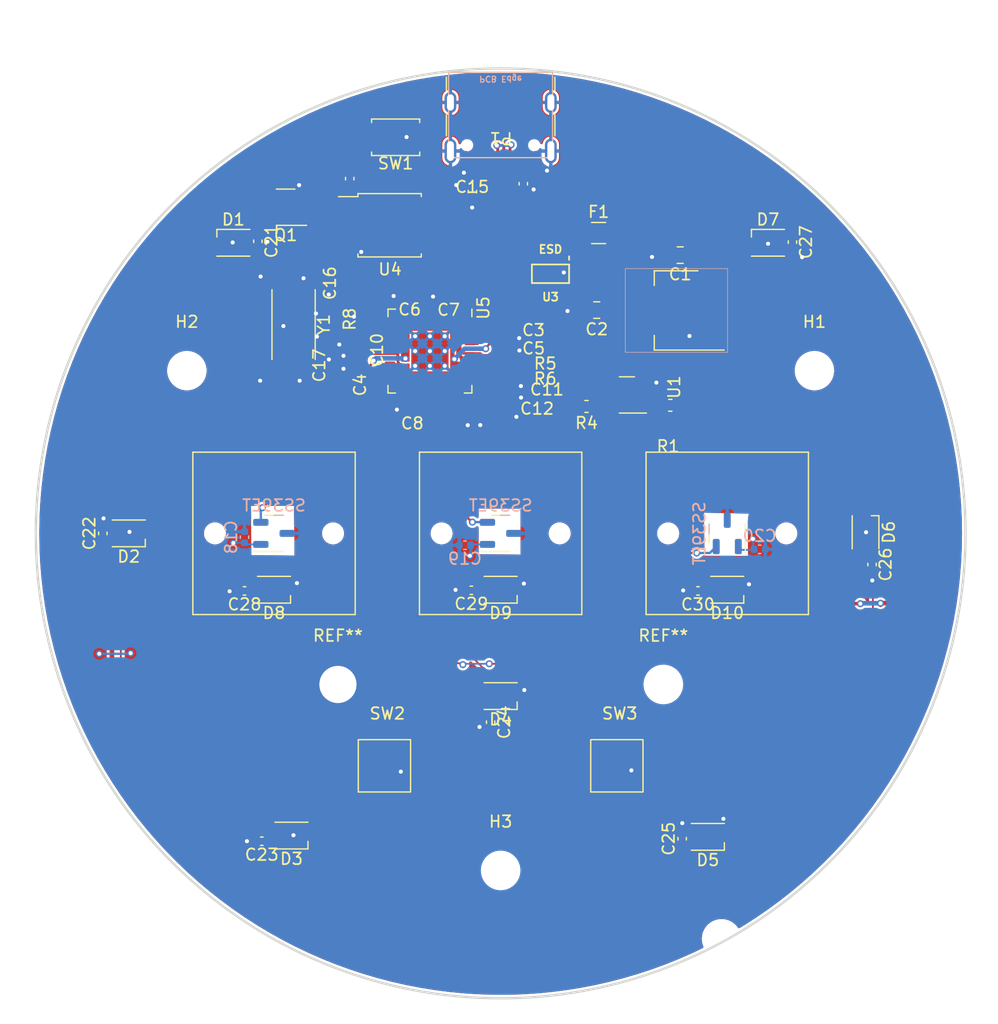
<source format=kicad_pcb>
(kicad_pcb (version 20221018) (generator pcbnew)
  (title_block (title "RP2040 Minimal Design Example") (date "2020-07-13") (rev "REV1") (company "Raspberry Pi (Trading) Ltd"))
  (layers (0 "F.Cu" signal) (31 "B.Cu" signal) (34 "B.Paste" user) (35 "F.Paste" user) (36 "B.SilkS" user "B.Silkscreen") (37 "F.SilkS" user "F.Silkscreen") (38 "B.Mask" user) (39 "F.Mask" user) (44 "Edge.Cuts" user))
  (net 0 "")
  (net 1 "GND")
  (net 2 "VBUS")
  (net 3 "/XIN")
  (net 4 "/XOUT")
  (net 5 "+3V3")
  (net 6 "+1V1")
  (net 7 "/GPIO2")
  (net 8 "/GPIO1")
  (net 9 "/GPIO0")
  (net 10 "Net-(D6-DOUT)")
  (net 11 "/GPIO9")
  (net 12 "/GPIO8")
  (net 13 "/GPIO7")
  (net 14 "/GPIO6")
  (net 15 "/GPIO5")
  (net 16 "/GPIO4")
  (net 17 "/GPIO3")
  (net 18 "/QSPI_SS")
  (net 19 "/GPIO29_ADC3")
  (net 20 "/QSPI_SD3")
  (net 21 "/QSPI_SCLK")
  (net 22 "/QSPI_SD0")
  (net 23 "/QSPI_SD2")
  (net 24 "/QSPI_SD1")
  (net 25 "/USB_D+")
  (net 26 "/USB_D-")
  (net 27 "/GPIO25")
  (net 28 "/GPIO24")
  (net 29 "/GPIO23")
  (net 30 "/GPIO22")
  (net 31 "/GPIO21")
  (net 32 "/GPIO20")
  (net 33 "/GPIO14")
  (net 34 "/GPIO13")
  (net 35 "LED_D_5V")
  (net 36 "+5V")
  (net 37 "+3V")
  (net 38 "SWCLK")
  (net 39 "SWD")
  (net 40 "RUN")
  (net 41 "Net-(U5-USB_DP)")
  (net 42 "Net-(U5-USB_DM)")
  (net 43 "RP_ADC0")
  (net 44 "RP_ADC1")
  (net 45 "RP_ADC2")
  (net 46 "Net-(D1-DOUT)")
  (net 47 "Net-(D2-DOUT)")
  (net 48 "Net-(D3-DOUT)")
  (net 49 "Net-(D4-DOUT)")
  (net 50 "Net-(D5-DOUT)")
  (net 51 "Net-(P1-CC1)")
  (net 53 "ADC_AVDD")
  (net 54 "Net-(P1-CC2)")
  (net 56 "/GPIO16")
  (net 57 "/GPIO10")
  (net 58 "/GPIO11")
  (net 59 "GPIO18")
  (net 60 "GPIO19")
  (net 61 "/GPIO12")
  (net 63 "Net-(C17-Pad1)")
  (net 64 "/GPIO17")
  (net 65 "LED_D_3V")
  (net 66 "Net-(D8-DOUT)")
  (net 67 "Net-(D10-DIN)")
  (net 68 "Net-(D10-DOUT)")
  (footprint "Capacitor_SMD:C_0805_2012Metric" (layer "F.Cu") (at 108.27 80.79 180)
    (fp_text reference "C2")
    (fp_text value "10u")
  )
  (footprint "Capacitor_SMD:C_0402_1005Metric" (layer "F.Cu") (at 100.44 88.3175)
    (fp_text reference "C12")
    (fp_text value "1u")
  )
  (footprint "Capacitor_SMD:C_0402_1005Metric" (layer "F.Cu") (at 100.44 87.3175)
    (fp_text reference "C11")
    (fp_text value "1u")
  )
  (footprint "Capacitor_SMD:C_0402_1005Metric" (layer "F.Cu") (at 92.4 89.365 180)
    (fp_text reference "C8")
    (fp_text value "100n")
  )
  (footprint "Package_TO_SOT_SMD:SOT-223-3_TabPin2" (layer "F.Cu") (at 115.13 80.82 180)
    (fp_text reference "U1")
    (fp_text value "NCP1117-3.3_SOT223" hide)
  )
  (footprint "Package_SO:SOIC-8_5.23x5.23mm_P1.27mm" (layer "F.Cu") (at 90.445 73.4925)
    (fp_text reference "U4")
    (fp_text value "W25Q32JVSS")
  )
  (footprint "Capacitor_SMD:C_0402_1005Metric" (layer "F.Cu") (at 85.207481 83.761 -90)
    (fp_text reference "C17")
    (fp_text value "27p")
  )
  (footprint "Capacitor_SMD:C_0402_1005Metric" (layer "F.Cu") (at 100.325 84.285)
    (fp_text reference "C5")
    (fp_text value "100n")
  )
  (footprint "Capacitor_SMD:C_0402_1005Metric" (layer "F.Cu") (at 95.5225 79.5975 180)
    (fp_text reference "C7")
    (fp_text value "100n")
  )
  (footprint "Capacitor_SMD:C_0402_1005Metric" (layer "F.Cu") (at 87.775 84.721 180)
    (fp_text reference "C10")
    (fp_text value "100n")
  )
  (footprint "Capacitor_SMD:C_0402_1005Metric" (layer "F.Cu") (at 100.325876 85.3025 180)
    (fp_text reference "R5")
    (fp_text value "27R")
  )
  (footprint "Capacitor_SMD:C_0402_1005Metric" (layer "F.Cu") (at 88.015 85.8275 180)
    (fp_text reference "C4")
    (fp_text value "100n")
  )
  (footprint "Capacitor_SMD:C_0805_2012Metric" (layer "F.Cu") (at 115.45 76.06 180)
    (fp_text reference "C1")
    (fp_text value "10u")
  )
  (footprint "Capacitor_SMD:C_0402_1005Metric" (layer "F.Cu") (at 92.1725 79.5675 180)
    (fp_text reference "C6")
    (fp_text value "100n")
  )
  (footprint "RP2040_minimal:RP2040-QFN-56" (layer "F.Cu") (at 93.915 84.315 -90)
    (fp_text reference "U5")
    (fp_text value "RP2040")
  )
  (footprint "Capacitor_SMD:C_0402_1005Metric" (layer "F.Cu") (at 85.207481 80.791 90)
    (fp_text reference "C16")
    (fp_text value "27p")
  )
  (footprint "Capacitor_SMD:C_0402_1005Metric" (layer "F.Cu") (at 100.325876 86.3025 180)
    (fp_text reference "R6")
    (fp_text value "27R")
  )
  (footprint "Capacitor_SMD:C_0402_1005Metric" (layer "F.Cu") (at 100.315 83.205)
    (fp_text reference "C3")
    (fp_text value "100n")
  )
  (footprint "Capacitor_SMD:C_0402_1005Metric" (layer "F.Cu") (at 94.545 70.0925)
    (fp_text reference "C15")
    (fp_text value "100n" hide)
  )
  (footprint "Capacitor_SMD:C_0402_1005Metric" (layer "F.Cu") (at 87.092481 82.976 180)
    (fp_text reference "R8")
    (fp_text value "1k")
  )
  (footprint "Crystal:Crystal_SMD_Abracon_ABM7-2Pin_6.0x3.5mm" (layer "F.Cu") (at 82.183162 82.0375 -90)
    (fp_text reference "Y1")
    (fp_text value "ABM7-12.000MHZ-D2Y-T")
  )
  (footprint "Capacitor_SMD:C_0402_1005Metric" (layer "F.Cu") (at 131.96 102.68 -90)
    (fp_text reference "C26")
    (fp_text value "100n")
  )
  (footprint "Button_Switch_SMD:SW_Push_SPST_NO_Alps_SKRK" (layer "F.Cu") (at 90.965662 65.9225 180)
    (fp_text reference "SW1")
    (fp_text value "SKRKAGE020")
  )
  (footprint "Package_TO_SOT_SMD:SOT-23-5" (layer "F.Cu") (at 81.5 71.94 180)
    (fp_text reference "Q1")
    (fp_text value "SN74LV1T34DBV")
  )
  (footprint "Capacitor_SMD:C_0402_1005Metric" (layer "F.Cu") (at 97.48 104.9 180)
    (fp_text reference "C29")
    (fp_text value "100n")
  )
  (footprint "Capacitor_SMD:C_0603_1608Metric" (layer "F.Cu") (at 107.39 89.08 180)
    (fp_text reference "R4")
    (fp_text value "1R")
  )
  (footprint "Capacitor_SMD:C_0402_1005Metric" (layer "F.Cu") (at 115.62 126.27 90)
    (fp_text reference "C25")
    (fp_text value "100n")
  )
  (footprint "MountingHole:MountingHole_3.2mm_M3" (layer "F.Cu") (at 100 129)
    (fp_text reference "H3")
    (fp_text value "MountingHole_3.2mm_M3")
  )
  (footprint "Capacitor_SMD:C_0402_1005Metric" (layer "F.Cu") (at 125.11 74.94 -90)
    (fp_text reference "C27")
    (fp_text value "100n")
  )
  (footprint "Connector_USB:USB_C_Receptacle_GCT_USB4105-xx-A_16P_TopMnt_Horizontal" (layer "F.Cu") (at 100 64 180)
    (fp_text reference "P1")
    (fp_text value "TYPEC-322-ACP16")
  )
  (footprint "Button_Switch_SMD:PTS647_4.5x4.5mm" (layer "F.Cu") (at 90 120)
    (fp_text reference "SW2")
    (fp_text value "SW_Push")
  )
  (footprint "LED_SMD:LED_WS2812B-2020_PLCC4_2.0x2.0mm" (layer "F.Cu") (at 68 100 180)
    (fp_text reference "D2")
    (fp_text value "WS2812B-2020")
  )
  (footprint "Button_Switch_Keyboard:SW_Lekker_MX_1.00u_PCB" (layer "F.Cu") (at 119.5 100)
    (fp_text reference "REF**" hide)
    (fp_text value "SW_Lekker_MX_1.00u_PCB")
  )
  (footprint "Capacitor_SMD:C_0603_1608Metric" (layer "F.Cu") (at 114.6 88.98 180)
    (fp_text reference "R1")
    (fp_text value "200R")
  )
  (footprint "Capacitor_SMD:C_0402_1005Metric" (layer "F.Cu") (at 79.11 74.87 -90)
    (fp_text reference "C21")
    (fp_text value "100n")
  )
  (footprint "Button_Switch_Keyboard:SW_Lekker_MX_1.00u_PCB" (layer "F.Cu") (at 100 100)
    (fp_text reference "REF**" hide)
    (fp_text value "SW_Lekker_MX_1.00u_PCB")
  )
  (footprint "Keebio-Parts:SOT-143B" (layer "F.Cu") (at 104.29 77.665 180)
    (fp_text reference "U3")
    (fp_text value "PRTR5V0U2X" hide)
  )
  (footprint "Capacitor_SMD:C_0402_1005Metric" (layer "F.Cu") (at 65.77 100 90)
    (fp_text reference "C22")
    (fp_text value "100n")
  )
  (footprint "LED_SMD:LED_WS2812B-2020_PLCC4_2.0x2.0mm" (layer "F.Cu") (at 119.5 104.85 180)
    (fp_text reference "D10")
    (fp_text value "WS2812B-2020")
  )
  (footprint "LED_SMD:LED_WS2812B-2020_PLCC4_2.0x2.0mm" (layer "F.Cu") (at 117.83 126.11 180)
    (fp_text reference "D5")
    (fp_text value "WS2812B-2020")
  )
  (footprint "MountingHole:MountingHole_3.2mm_M3" (layer "F.Cu") (at 73 86)
    (fp_text reference "H2")
    (fp_text value "MountingHole_3.2mm_M3")
  )
  (footprint "Package_TO_SOT_SMD:SOT-23" (layer "F.Cu") (at 110.8675 88.09 180)
    (fp_text reference "U2" hide)
    (fp_text value "LM4040DBZ-3" hide)
  )
  (footprint "Capacitor_SMD:C_0402_1005Metric" (layer "F.Cu") (at 101.949338 69.92 -90)
    (fp_text reference "R2" hide)
    (fp_text value "5.1k" hide)
  )
  (footprint "Capacitor_SMD:C_0402_1005Metric" (layer "F.Cu") (at 79.4475 126.485 180)
    (fp_text reference "C23")
    (fp_text value "100n")
  )
  (footprint "LED_SMD:LED_WS2812B-2020_PLCC4_2.0x2.0mm" (layer "F.Cu") (at 123 75)
    (fp_text reference "D7")
    (fp_text value "WS2812B-2020")
  )
  (footprint "MountingHole:MountingHole_3.2mm_M3" (layer "F.Cu") (at 86 113)
    (fp_text reference "REF**")
    (fp_text value "MountingHole_3.2mm_M3")
  )
  (footprint "Capacitor_SMD:C_0402_1005Metric" (layer "F.Cu") (at 100.04 89.95)
    (fp_text reference "C14" hide)
    (fp_text value "1u" hide)
  )
  (footprint "MountingHole:MountingHole_3.2mm_M3" (layer "F.Cu") (at 127 86)
    (fp_text reference "H1")
    (fp_text value "MountingHole_3.2mm_M3")
  )
  (footprint "Capacitor_SMD:C_0402_1005Metric" (layer "F.Cu") (at 97.225 89.4275 -90)
    (fp_text reference "C9" hide)
    (fp_text value "100n" hide)
  )
  (footprint "LED_SMD:LED_WS2812B-2020_PLCC4_2.0x2.0mm" (layer "F.Cu") (at 82 126 180)
    (fp_text reference "D3")
    (fp_text value "WS2812B-2020")
  )
  (footprint "LED_SMD:LED_WS2812B-2020_PLCC4_2.0x2.0mm" (layer "F.Cu") (at 100 104.85 180)
    (fp_text reference "D9")
    (fp_text value "WS2812B-2020")
  )
  (footprint "Capacitor_SMD:C_0402_1005Metric" (layer "F.Cu") (at 98.255 89.4275 -90)
    (fp_text reference "C13" hide)
    (fp_text value "100n" hide)
  )
  (footprint "Button_Switch_SMD:PTS647_4.5x4.5mm" (layer "F.Cu") (at 110 120)
    (fp_text reference "SW3")
    (fp_text value "SW_Push")
  )
  (footprint "LED_SMD:LED_WS2812B-2020_PLCC4_2.0x2.0mm" (layer "F.Cu") (at 77 75)
    (fp_text reference "D1")
    (fp_text value "WS2812B-2020")
  )
  (footprint "Capacitor_SMD:C_0402_1005Metric" (layer "F.Cu") (at 97.57 70.6 -90)
    (fp_text reference "R3" hide)
    (fp_text value "5.1k" hide)
  )
  (footprint "Button_Switch_Keyboard:SW_Lekker_MX_1.00u_PCB" (layer "F.Cu") (at 80.5 100)
    (fp_text reference "REF**" hide)
    (fp_text value "SW_Lekker_MX_1.00u_PCB")
  )
  (footprint "MountingHole:MountingHole_3.2mm_M3" (layer "F.Cu") (at 114 113)
    (fp_text reference "REF**")
    (fp_text value "MountingHole_3.2mm_M3")
  )
  (footprint "LED_SMD:LED_WS2812B-2020_PLCC4_2.0x2.0mm" (layer "F.Cu") (at 131.4 99.9 -90)
    (fp_text reference "D6")
    (fp_text value "WS2812B-2020")
  )
  (footprint "LED_SMD:LED_WS2812B-2020_PLCC4_2.0x2.0mm" (layer "F.Cu") (at 80.5 104.85 180)
    (fp_text reference "D8")
    (fp_text value "WS2812B-2020")
  )
  (footprint "Capacitor_SMD:C_0402_1005Metric" (layer "F.Cu") (at 77.96 104.95 180)
    (fp_text reference "C28")
    (fp_text value "100n")
  )
  (footprint "LED_SMD:LED_WS2812B-2020_PLCC4_2.0x2.0mm" (layer "F.Cu") (at 100 114 180)
    (fp_text reference "D4")
    (fp_text value "WS2812B-2020")
  )
  (footprint "Capacitor_SMD:C_0402_1005Metric" (layer "F.Cu") (at 87.015 69.4825 -90)
    (fp_text reference "R7" hide)
    (fp_text value "10k" hide)
  )
  (footprint "Capacitor_SMD:C_0402_1005Metric" (layer "F.Cu") (at 116.98 104.95 180)
    (fp_text reference "C30")
    (fp_text value "100n")
  )
  (footprint "Fuse:Fuse_1206_3216Metric" (layer "F.Cu") (at 108.43 74.16)
    (fp_text reference "F1")
    (fp_text value "nSMD025-24V" hide)
  )
  (footprint "Capacitor_SMD:C_0402_1005Metric" (layer "F.Cu") (at 99.14 116.25 -90)
    (fp_text reference "C24")
    (fp_text value "100n")
  )
  (footprint "Package_TO_SOT_SMD:SOT-23-3" (layer "B.Cu") (at 119.5 100 90)
    (fp_text reference "S3" hide)
    (fp_text value "SS39ET")
  )
  (footprint "Package_TO_SOT_SMD:SOT-23-3" (layer "B.Cu") (at 100 100)
    (fp_text reference "S2" hide)
    (fp_text value "SS39ET")
  )
  (footprint "Package_TO_SOT_SMD:SOT-23-3" (layer "B.Cu") (at 80.5 100)
    (fp_text reference "S1" hide)
    (fp_text value "SS39ET")
  )
  (footprint "Capacitor_SMD:C_0402_1005Metric" (layer "B.Cu") (at 77.96 100.33 -90)
    (fp_text reference "C18")
    (fp_text value "1u")
  )
  (footprint "Capacitor_SMD:C_0402_1005Metric" (layer "B.Cu") (at 122.29 101.37 180)
    (fp_text reference "C20")
    (fp_text value "1u")
  )
  (footprint "Capacitor_SMD:C_0402_1005Metric" (layer "B.Cu") (at 96.93 101.02)
    (fp_text reference "C19")
    (fp_text value "1u")
  )
  (gr_circle (center 100 100) (end 140 100) (stroke (width 0.2)) (fill none) (layer "Edge.Cuts"))
  (segment (start 76.68 104.98) (end 76.73 104.93) (width 0.15) (layer "F.Cu") (net 1))
  (segment (start 105.755625 80.86875) (end 105.784375 80.84) (width 0.6) (layer "F.Cu") (net 1))
  (segment (start 100.82 83.185) (end 101.575 83.185) (width 0.2) (layer "F.Cu") (net 1))
  (segment (start 115.62 124.94) (end 115.63 124.93) (width 0.15) (layer "F.Cu") (net 1))
  (segment (start 115.71 104.91) (end 115.71 104.86) (width 0.15) (layer "F.Cu") (net 1))
  (segment (start 112.58 121.72) (end 106.555 121.72) (width 0.15) (layer "F.Cu") (net 1))
  (segment (start 91.905662 65.9025) (end 92.055662 65.9025) (width 0.15) (layer "F.Cu") (net 1))
  (segment (start 125.14 75.44) (end 125.1125 75.44) (width 0.15) (layer "F.Cu") (net 1))
  (segment (start 91.0725 89.3525) (end 91.9025 89.3525) (width 0.15) (layer "F.Cu") (net 1))
  (segment (start 131.98 104.05) (end 131.98 103.18) (width 0.15) (layer "F.Cu") (net 1))
  (segment (start 102.829338 70.4) (end 102.839338 70.41) (width 0.15) (layer "F.Cu") (net 1))
  (segment (start 121.31 104.35) (end 121.34 104.38) (width 0.15) (layer "F.Cu") (net 1))
  (segment (start 97.01 104.96) (end 96.29 104.96) (width 0.15) (layer "F.Cu") (net 1))
  (segment (start 78.1675 126.485) (end 78.9675 126.485) (width 0.15) (layer "F.Cu") (net 1))
  (segment (start 101.949338 70.4) (end 102.829338 70.4) (width 0.2) (layer "F.Cu") (net 1))
  (segment (start 96.839338 68.97) (end 96.829338 68.96) (width 0.4) (layer "F.Cu") (net 1))
  (segment (start 92.51 121.6) (end 91.41 120.5) (width 0.15) (layer "F.Cu") (net 1))
  (segment (start 101.7325 87.3175) (end 100.925 87.3175) (width 0.2) (layer "F.Cu") (net 1))
  (segment (start 121.37 104.38) (end 121.37 104.41) (width 0.15) (layer "F.Cu") (net 1))
  (segment (start 99.0525 116.68) (end 98.21 116.68) (width 0.15) (layer "F.Cu") (net 1))
  (segment (start 131.98 103.18) (end 131.96 103.16) (width 0.15) (layer "F.Cu") (net 1))
  (segment (start 82.45 104.35) (end 82.38 104.35) (width 0.15) (layer "F.Cu") (net 1))
  (segment (start 76.68 104.98) (end 76.71 104.95) (width 0.15) (layer "F.Cu") (net 1))
  (segment (start 87.619338 75.3975) (end 86.845 75.3975) (width 0.15) (layer "F.Cu") (net 1))
  (segment (start 102 104.32) (end 101.85 104.32) (width 0.15) (layer "F.Cu") (net 1))
  (segment (start 101.615 84.265) (end 100.8075 84.265) (width 0.2) (layer "F.Cu") (net 1))
  (segment (start 118.745 125.055) (end 119.17 124.63) (width 0.15) (layer "F.Cu") (net 1))
  (segment (start 100.8 83.205) (end 100.82 83.185) (width 0.2) (layer "F.Cu") (net 1))
  (segment (start 95.31 70.0325) (end 95.2475 69.97) (width 0.15) (layer "F.Cu") (net 1))
  (segment (start 119.17 124.56) (end 119.24 124.56) (width 0.15) (layer "F.Cu") (net 1))
  (segment (start 82.66 70.04) (end 82.66 70.925) (width 0.2) (layer "F.Cu") (net 1))
  (segment (start 82.7025 125.4) (end 82.1725 125.97) (width 0.15) (layer "F.Cu") (net 1))
  (segment (start 88.004669 75.782831) (end 87.619338 75.3975) (width 0.15) (layer "F.Cu") (net 1))
  (segment (start 79.93 74.91) (end 79.49 75.35) (width 0.15) (layer "F.Cu") (net 1))
  (segment (start 81.555 104.35) (end 82.31 104.35) (width 0.15) (layer "F.Cu") (net 1))
  (segment (start 86.115 83.7525) (end 86.020981 83.7525) (width 0.15) (layer "F.Cu") (net 1))
  (segment (start 101.28 89.97) (end 101.26 89.95) (width 0.15) (layer "F.Cu") (net 1))
  (segment (start 86.675 121.6) (end 92.625 121.6) (width 0.15) (layer "F.Cu") (net 1))
  (segment (start 76.73 104.93) (end 76.91 104.93) (width 0.15) (layer "F.Cu") (net 1))
  (segment (start 96.185 70.0325) (end 95.31 70.0325) (width 0.15) (layer "F.Cu") (net 1))
  (segment (start 76.08 75.55) (end 76.36 75.55) (width 0.15) (layer "F.Cu") (net 1))
  (segment (start 118.745 125.56) (end 118.745 125.055) (width 0.15) (layer "F.Cu") (net 1))
  (segment (start 117.38 83.02) (end 117.46 82.94) (width 0.8) (layer "F.Cu") (net 1))
  (segment (start 87.29 84.721) (end 86.478016 84.721) (width 0.2) (layer "F.Cu") (net 1))
  (segment (start 65.8 99.48) (end 65.83 98.71) (width 0.15) (layer "F.Cu") (net 1))
  (segment (start 116.5 104.95) (end 115.8 104.95) (width 0.15) (layer "F.Cu") (net 1))
  (segment (start 115.76 104.91) (end 115.71 104.91) (width 0.15) (layer "F.Cu") (net 1))
  (segment (start 96.12 104.86) (end 96.26 104.93) (width 0.15) (layer "F.Cu") (net 1))
  (segment (start 121.37 104.41) (end 121.35 104.39) (width 0.15) (layer "F.Cu") (net 1))
  (segment (start 76.71 104.95) (end 77.48 104.95) (width 0.15) (layer "F.Cu") (net 1))
  (segment (start 100.925 88.3175) (end 101.755 88.3175) (width 0.2) (layer "F.Cu") (net 1))
  (segment (start 102.00875 113.45) (end 100.83125 113.45) (width 0.15) (layer "F.Cu") (net 1))
  (segment (start 82.47 104.28) (end 82.45 104.35) (width 0.15) (layer "F.Cu") (net 1))
  (segment (start 91.9025 89.3525) (end 91.915 89.365) (width 0.15) (layer "F.Cu") (net 1))
  (segment (start 97.57 71.08) (end 97.57 71.95) (width 0.15) (layer "F.Cu") (net 1))
  (segment (start 100.592831 89.9725) (end 100.425 90.140331) (width 0.15) (layer "F.Cu") (net 1))
  (segment (start 76.36 75.55) (end 76.94 74.97) (width 0.15) (layer "F.Cu") (net 1))
  (segment (start 85.207481 85.0265) (end 85.218981 85.038) (width 0.15) (layer "F.Cu") (net 1))
  (segment (start 98.23 90.666824) (end 98.246352 90.683176) (width 0.2) (layer "F.Cu") (net 1))
  (segment (start 94.1825 79.6275) (end 94.3825 79.4275) (width 0.15) (layer "F.Cu") (net 1))
  (segment (start 86.478016 84.721) (end 86.47801 84.720994) (width 0.2) (layer "F.Cu") (net 1))
  (segment (start 85.207481 84.246) (end 85.207481 85.0265) (width 0.15) (layer "F.Cu") (net 1))
  (segment (start 130.875 99.015) (end 130.875 99.375) (width 0.15) (layer "F.Cu") (net 1))
  (segment (start 122.365 75.08) (end 122.155 75.29) (width 0.15) (layer "F.Cu") (net 1))
  (segment (start 86.020981 83.7525) (end 85.527481 84.246) (width 0.15) (layer "F.Cu") (net 1))
  (segment (start 68.063828 99.873828) (end 68.452656 99.485) (width 0.15) (layer "F.Cu") (net 1))
  (segment (start 105.09 77.21) (end 105.09 76.63) (width 0.4) (layer "F.Cu") (net 1))
  (segment (start 114.155 76.22) (end 114.235 76.14) (width 0.8) (layer "F.Cu") (net 1))
  (segment (start 100.537831 89.95) (end 100.517831 89.97) (width 0.15) (layer "F.Cu") (net 1))
  (segment (start 113.025 76.22) (end 114.155 76.22) (width 0.8) (layer "F.Cu") (net 1))
  (segment (start 79.49 75.35) (end 79.11 75.35) (width 0.15) (layer "F.Cu") (net 1))
  (segment (start 85.207481 80.306) (end 85.207481 79.45) (width 0.2) (layer "F.Cu") (net 1))
  (segment (start 119.17 124.63) (end 119.17 124.56) (width 0.15) (layer "F.Cu") (net 1))
  (segment (start 115.62 125.79) (end 115.62 124.94) (width 0.15) (layer "F.Cu") (net 1))
  (segment (start 90.4775 83.315) (end 89.337981 83.315) (width 0.15) (layer "F.Cu") (net 1))
  (segment (start 97.17 90.693176) (end 97.17 90.023176) (width 0.2) (layer "F.Cu") (net 1))
  (segment (start 85.527481 84.246) (end 85.207481 84.246) (width 0.15) (layer "F.Cu") (net 1))
  (segment (start 120.415 104.35) (end 121.31 104.35) (width 0.15) (layer "F.Cu") (net 1))
  (segment (start 82.31 104.35) (end 82.47 104.28) (width 0.15) (layer "F.Cu") (net 1))
  (segment (start 87.29 85.84) (end 86.477996 85.84) (width 0.2) (layer "F.Cu") (net 1))
  (segment (start 105.433234 77.553234) (end 105.09 77.21) (width 0.4) (layer "F.Cu") (net 1))
  (segment (start 115.71 104.86) (end 115.78 104.93) (width 0.15) (layer "F.Cu") (net 1))
  (segment (start 101.7 104.47) (end 102 104.32) (width 0.15) (layer "F.Cu") (net 1))
  (segment (start 113.401 87.03) (end 112.245 87.03) (width 0.3) (layer "F.Cu") (net 1))
  (segment (start 125.94 76.24) (end 125.14 75.44) (width 0.15) (layer "F.Cu") (net 1))
  (segment (start 101.045 104.47) (end 101.7 104.47) (width 0.15) (layer "F.Cu") (net 1))
  (segment (start 115.8 104.95) (end 115.76 104.91) (width 0.15) (layer "F.Cu") (net 1))
  (segment (start 96.29 104.96) (end 96.12 104.86) (width 0.15) (layer "F.Cu") (net 1))
  (segment (start 119.24 124.56) (end 119.17 124.63) (width 0.15) (layer "F.Cu") (net 1))
  (segment (start 112.245 87.03) (end 112.081 87.194) (width 0.3) (layer "F.Cu") (net 1))
  (segment (start 94.3825 79.4275) (end 94.7375 79.4275) (width 0.15) (layer "F.Cu") (net 1))
  (segment (start 100.97 104.32) (end 100.87 104.42) (width 0.15) (layer "F.Cu") (net 1))
  (segment (start 91.980662 65.9775) (end 92.740662 65.9775) (width 0.15) (layer "F.Cu") (net 1))
  (segment (start 68.452656 99.485) (end 68.77 99.485) (width 0.15) (layer "F.Cu") (net 1))
  (segment (start 96.829338 68.96) (end 96.829338 67.69) (width 0.4) (layer "F.Cu") (net 1))
  (segment (start 105.784375 80.84) (end 107.115625 80.84) (width 0.6) (layer "F.Cu") (net 1))
  (segment (start 116.25 83.02) (end 117.38 83.02) (width 0.8) (layer "F.Cu") (net 1))
  (segment (start 98.23 90.033176) (end 98.23 90.666824) (width 0.2) (layer "F.Cu") (net 1))
  (segment (start 130.875 99.375) (end 131.445 99.905) (width 0.15) (layer "F.Cu") (net 1))
  (segment (start 90.7925 79.5775) (end 91.605 79.5775) (width 0.2) (layer "F.Cu") (net 1))
  (segment (start 123.01 75.08) (end 122.365 75.08) (width 0.15) (layer "F.Cu") (net 1))
  (segment (start 121.34 104.38) (end 121.37 104.38) (width 0.15) (layer "F.Cu") (net 1))
  (segment (start 91.905662 65.9025) (end 91.980662 65.9775) (width 0.15) (layer "F.Cu") (net 1))
  (segment (start 101.7425 87.3275) (end 101.7325 87.3175) (width 0.2) (layer "F.Cu") (net 1))
  (segment (start 111.25 120.39) (end 112.58 121.72) (width 0.15) (layer "F.Cu") (net 1))
  (segment (start 92.625 121.6) (end 92.51 121.6) (width 0.15) (layer "F.Cu") (net 1))
  (segment (start 89.337981 83.315) (end 87.377981 81.355) (width 0.15) (layer "F.Cu") (net 1))
  (segment (start 103.989338 68.79) (end 103.349338 68.15) (width 0.3) (layer "F.Cu") (net 1))
  (segment (start 101.26 89.95) (end 100.537831 89.95) (width 0.15) (layer "F.Cu") (net 1))
  (via (at 86.115 83.7525) (size 0.6) (drill 0.35) (layers "F.Cu" "B.Cu") (net 1))
  (via (at 81.307481 82.166) (size 0.6) (drill 0.35) (layers "F.Cu" "B.Cu") (net 1))
  (via (at 84.193162 83.0675) (size 0.6) (drill 0.35) (layers "F.Cu" "B.Cu") (net 1))
  (via (at 79.345 77.9025) (size 0.6) (drill 0.35) (layers "F.Cu" "B.Cu") (net 1))
  (via (at 83.037481 78.0535) (size 0.6) (drill 0.35) (layers "F.Cu" "B.Cu") (net 1))
  (via (at 82.707481 86.866) (size 0.6) (drill 0.35) (layers "F.Cu" "B.Cu") (net 1))
  (via (at 94.1825 79.6275) (size 0.6) (drill 0.35) (layers "F.Cu" "B.Cu") (net 1))
  (via (at 79.93 74.91) (size 0.6) (drill 0.35) (layers "F.Cu" "B.Cu") (net 1))
  (via (at 113.401 87.03) (size 0.6) (drill 0.35) (layers "F.Cu" "B.Cu") (net 1))
  (via (at 91.0725 89.3525) (size 0.6) (drill 0.35) (layers "F.Cu" "B.Cu") (net 1))
  (via (at 87.377981 81.355) (size 0.6) (drill 0.35) (layers "F.Cu" "B.Cu") (net 1))
  (via (at 98.246352 90.683176) (size 0.6) (drill 0.35) (layers "F.Cu" "B.Cu") (net 1))
  (via (at 76.68 104.98) (size 0.6) (drill 0.35) (layers "F.Cu" "B.Cu") (net 1))
  (via (at 90.7925 79.5775) (size 0.6) (drill 0.35) (layers "F.Cu" "B.Cu") (net 1))
  (via (at 113.025 76.22) (size 0.6) (drill 0.35) (layers "F.Cu" "B.Cu") (net 1))
  (via (at 91.41 120.5) (size 0.6) (drill 0.35) (layers "F.Cu" "B.Cu") (net 1))
  (via (at 98.1825 116.6525) (size 0.6) (drill 0.35) (layers "F.Cu" "B.Cu") (net 1))
  (via (at 82.66 70.04) (size 0.6) (drill 0.35) (layers "F.Cu" "B.Cu") (net 1))
  (via (at 115.71 104.91) (size 0.6) (drill 0.35) (layers "F.Cu" "B.Cu") (net 1))
  (via (at 101.755 88.3175) (size 0.6) (drill 0.35) (layers "F.Cu" "B.Cu") (net 1))
  (via (at 119.17 124.56) (size 0.6) (drill 0.35) (layers "F.Cu" "B.Cu") (net 1))
  (via (at 115.63 124.93) (size 0.6) (drill 0.35) (layers "F.Cu" "B.Cu") (net 1))
  (via (at 121.37 104.38) (size 0.6) (drill 0.35) (layers "F.Cu" "B.Cu") (net 1))
  (via (at 96.185 70.0325) (size 0.6) (drill 0.35) (layers "F.Cu" "B.Cu") (net 1))
  (via (at 131.445 99.905) (size 0.6) (drill 0.35) (layers "F.Cu" "B.Cu") (net 1))
  (via (at 85.218981 85.038) (size 0.6) (drill 0.35) (layers "F.Cu" "B.Cu") (net 1))
  (via (at 91.905662 65.9025) (size 0.6) (drill 0.35) (layers "F.Cu" "B.Cu") (net 1))
  (via (at 86.47801 84.720994) (size 0.6) (drill 0.35) (layers "F.Cu" "B.Cu") (net 1))
  (via (at 105.433234 77.553234) (size 0.6) (drill 0.35) (layers "F.Cu" "B.Cu") (net 1))
  (via (at 97.55 71.97) (size 0.6) (drill 0.35) (layers "F.Cu" "B.Cu") (net 1))
  (via (at 79.305 86.866) (size 0.6) (drill 0.35) (layers "F.Cu" "B.Cu") (net 1))
  (via (at 123.01 75.08) (size 0.6) (drill 0.35) (layers "F.Cu" "B.Cu") (net 1))
  (via (at 102 104.32) (size 0.6) (drill 0.35) (layers "F.Cu" "B.Cu") (net 1))
  (via (at 82.47 104.28) (size 0.6) (drill 0.35) (layers "F.Cu" "B.Cu") (net 1))
  (via (at 101.7425 87.3275) (size 0.6) (drill 0.35) (layers "F.Cu" "B.Cu") (net 1))
  (via (at 105.755625 80.86875) (size 0.6) (drill 0.35) (layers "F.Cu" "B.Cu") (net 1))
  (via (at 97.17 90.693176) (size 0.6) (drill 0.35) (layers "F.Cu" "B.Cu") (net 1))
  (via (at 102.03875 113.48) (size 0.6) (drill 0.35) (layers "F.Cu" "B.Cu") (net 1))
  (via (at 85.207481 79.45) (size 0.6) (drill 0.35) (layers "F.Cu" "B.Cu") (net 1))
  (via (at 131.98 104.05) (size 0.6) (drill 0.35) (layers "F.Cu" "B.Cu") (net 1))
  (via (at 116.25 83.02) (size 0.6) (drill 0.35) (layers "F.Cu" "B.Cu") (net 1))
  (via (at 96.839338 68.97) (size 0.6) (drill 0.35) (layers "F.Cu" "B.Cu") (net 1))
  (via (at 68.063828 99.873828) (size 0.6) (drill 0.35) (layers "F.Cu" "B.Cu") (net 1))
  (via (at 101.615 84.265) (size 0.6) (drill 0.35) (layers "F.Cu" "B.Cu") (net 1))
  (via (at 65.83 98.71) (size 0.6) (drill 0.35) (layers "F.Cu" "B.Cu") (net 1))
  (via (at 76.94 74.97) (size 0.6) (drill 0.35) (layers "F.Cu" "B.Cu") (net 1))
  (via (at 88.004669 75.782831) (size 0.6) (drill 0.35) (layers "F.Cu" "B.Cu") (net 1))
  (via (at 125.94 76.24) (size 0.6) (drill 0.35) (layers "F.Cu" "B.Cu") (net 1))
  (via (at 102.839338 70.41) (size 0.6) (drill 0.35) (layers "F.Cu" "B.Cu") (net 1))
  (via (at 103.989338 68.79) (size 0.6) (drill 0.35) (layers "F.Cu" "B.Cu") (net 1))
  (via (at 111.25 120.39) (size 0.6) (drill 0.35) (layers "F.Cu" "B.Cu") (net 1))
  (via (at 101.595 83.205) (size 0.6) (drill 0.35) (layers "F.Cu" "B.Cu") (net 1))
  (via (at 86.477996 85.84) (size 0.6) (drill 0.35) (layers "F.Cu" "B.Cu") (net 1))
  (via (at 82.1725 125.97) (size 0.6) (drill 0.35) (layers "F.Cu" "B.Cu") (net 1))
  (via (at 101.355 89.9725) (size 0.6) (drill 0.35) (layers "F.Cu" "B.Cu") (net 1))
  (via (at 84.113162 81.0875) (size 0.6) (drill 0.35) (layers "F.Cu" "B.Cu") (net 1))
  (via (at 96.12 104.86) (size 0.6) (drill 0.35) (layers "F.Cu" "B.Cu") (net 1))
  (via (at 78.1675 126.485) (size 0.6) (drill 0.35) (layers "F.Cu" "B.Cu") (net 1))
  (segment (start 107.03 73.150662) (end 107.03 74.89) (width 0.4) (layer "F.Cu") (net 2))
  (segment (start 98.315588 65.39) (end 97.829338 65.87625) (width 0.3) (layer "F.Cu") (net 2))
  (segment (start 102.244338 67.505) (end 102.244338 66.965305) (width 0.3) (layer "F.Cu") (net 2))
  (segment (start 102.429338 67.69) (end 102.429338 68.55) (width 0.4) (layer "F.Cu") (net 2))
  (segment (start 97.864338 66.96625) (end 97.594338 67.23625) (width 0.3) (layer "F.Cu") (net 2))
  (segment (start 97.829338 66.279695) (end 97.864338 66.314695) (width 0.3) (layer "F.Cu") (net 2))
  (segment (start 97.594338 67.23625) (end 97.594338 67.64625) (width 0.15) (layer "F.Cu") (net 2))
  (segment (start 105.965 78.665) (end 105.24 78.665) (width 0.4) (layer "F.Cu") (net 2))
  (segment (start 106.2 75.72) (end 106.2 78.43) (width 0.4) (layer "F.Cu") (net 2))
  (segment (start 102.194338 66.915305) (end 102.194338 66.345) (width 0.3) (layer "F.Cu") (net 2))
  (segment (start 97.829338 65.87625) (end 97.829338 66.279695) (width 0.3) (layer "F.Cu") (net 2))
  (segment (start 102.194338 66.345) (end 101.239338 65.39) (width 0.3) (layer "F.Cu") (net 2))
  (segment (start 101.239338 65.39) (end 98.315588 65.39) (width 0.3) (layer "F.Cu") (net 2))
  (segment (start 102.429338 68.55) (end 107.03 73.150662) (width 0.4) (layer "F.Cu") (net 2))
  (segment (start 97.864338 66.314695) (end 97.864338 66.96625) (width 0.3) (layer "F.Cu") (net 2))
  (segment (start 102.244338 66.965305) (end 102.194338 66.915305) (width 0.3) (layer "F.Cu") (net 2))
  (segment (start 106.2 78.43) (end 105.965 78.665) (width 0.4) (layer "F.Cu") (net 2))
  (segment (start 102.244338 67.505) (end 102.429338 67.69) (width 0.2) (layer "F.Cu") (net 2))
  (segment (start 107.03 74.89) (end 106.2 75.72) (width 0.4) (layer "F.Cu") (net 2))
  (segment (start 84.556981 81.9265) (end 83.052162 81.9265) (width 0.15) (layer "F.Cu") (net 3))
  (segment (start 87.674717 82.076) (end 86.007481 82.076) (width 0.15) (layer "F.Cu") (net 3))
  (segment (start 90.4775 83.715) (end 89.313717 83.715) (width 0.15) (layer "F.Cu") (net 3))
  (segment (start 89.313717 83.715) (end 87.674717 82.076) (width 0.15) (layer "F.Cu") (net 3))
  (segment (start 83.052162 81.9265) (end 81.092662 79.967) (width 0.15) (layer "F.Cu") (net 3))
  (segment (start 85.207481 81.276) (end 84.556981 81.9265) (width 0.15) (layer "F.Cu") (net 3))
  (segment (start 86.007481 82.076) (end 85.207481 81.276) (width 0.15) (layer "F.Cu") (net 3))
  (segment (start 90.4775 84.115) (end 88.716481 84.115) (width 0.15) (layer "F.Cu") (net 4))
  (segment (start 88.716481 84.115) (end 87.577481 82.976) (width 0.15) (layer "F.Cu") (net 4))
  (segment (start 98.405001 84.667501) (end 98.940323 84.667501) (width 0.2) (layer "F.Cu") (net 5))
  (segment (start 99.062824 84.545) (end 99.58 84.545) (width 0.2) (layer "F.Cu") (net 5))
  (segment (start 97.3925 84.5175) (end 96.555 84.5175) (width 0.2) (layer "F.Cu") (net 5))
  (segment (start 96.515 80.105) (end 96.0075 79.5975) (width 0.2) (layer "F.Cu") (net 5))
  (segment (start 85.952996 85.436504) (end 85.952996 86.457996) (width 0.2) (layer "F.Cu") (net 5))
  (segment (start 92.885 89.365) (end 92.885 87.7825) (width 0.2) (layer "F.Cu") (net 5))
  (segment (start 98.060026 86.5175) (end 96.5625 86.5175) (width 0.2) (layer "F.Cu") (net 5))
  (segment (start 99.955 88.3175) (end 99.305 87.6675) (width 0.2) (layer "F.Cu") (net 5))
  (segment (start 88.0085 85.2925) (end 86.097 85.2925) (width 0.2) (layer "F.Cu") (net 5))
  (segment (start 96.5625 86.5175) (end 96.515 86.565) (width 0.2) (layer "F.Cu") (net 5))
  (segment (start 99.58 84.545) (end 99.84 84.285) (width 0.2) (layer "F.Cu") (net 5))
  (segment (start 97.3925 84.9175) (end 96.755 84.9175) (width 0.2) (layer "F.Cu") (net 5))
  (segment (start 86.097 85.2925) (end 85.952996 85.436504) (width 0.2) (layer "F.Cu") (net 5))
  (segment (start 85.952996 86.457996) (end 86.0725 86.5775) (width 0.2) (layer "F.Cu") (net 5))
  (segment (start 97.225 88.9225) (end 97.225 89.13) (width 0.2) (layer "F.Cu") (net 5))
  (segment (start 98.255 84.5175) (end 97.3925 84.5175) (width 0.2) (layer "F.Cu") (net 5))
  (segment (start 88.26 85.041) (end 88.0085 85.2925) (width 0.2) (layer "F.Cu") (net 5))
  (segment (start 92.6575 79.5675) (end 92.915 79.825) (width 0.2) (layer "F.Cu") (net 5))
  (segment (start 96.515 81.5425) (end 96.505 81.5525) (width 0.2) (layer "F.Cu") (net 5))
  (segment (start 94.045 70.2775) (end 94.255 70.0675) (width 0.15) (layer "F.Cu") (net 5))
  (segment (start 92.885 87.7825) (end 92.915 87.7525) (width 0.2) (layer "F.Cu") (net 5))
  (segment (start 88.431 84.55) (end 88.26 84.721) (width 0.2) (layer "F.Cu") (net 5))
  (segment (start 92.8 79.3525) (end 92.6575 79.495) (width 0.2) (layer "F.Cu") (net 5))
  (segment (start 96.515 87.7525) (end 96.515 88.2125) (width 0.2) (layer "F.Cu") (net 5))
  (segment (start 94.045 71.5875) (end 94.045 70.2775) (width 0.2) (layer "F.Cu") (net 5))
  (segment (start 92.915 79.825) (end 92.915 80.8775) (width 0.2) (layer "F.Cu") (net 5))
  (segment (start 96.515 80.8775) (end 96.515 80.105) (width 0.2) (layer "F.Cu") (net 5))
  (segment (start 99.210025 87.6675) (end 98.060026 86.5175) (width 0.2) (layer "F.Cu") (net 5))
  (segment (start 92.915 87.7525) (end 92.915 86.7675) (width 0.2) (layer "F.Cu") (net 5))
  (segment (start 97.3925 84.9175) (end 98.155002 84.9175) (width 0.2) (layer "F.Cu") (net 5))
  (segment (start 98.405001 84.667501) (end 98.255 84.5175) (width 0.2) (layer "F.Cu") (net 5))
  (segment (start 92.6575 79.5675) (end 92.6575 79.5325) (width 0.2) (layer "F.Cu") (net 5))
  (segment (start 99.305 87.6675) (end 99.210025 87.6675) (width 0.2) (layer "F.Cu") (net 5))
  (segment (start 92.915 81.6175) (end 92.905 81.6275) (width 0.2) (layer "F.Cu") (net 5))
  (segment (start 98.940323 84.667501) (end 99.062824 84.545) (width 0.2) (layer "F.Cu") (net 5))
  (segment (start 91.09 84.55) (end 88.431 84.55) (width 0.2) (layer "F.Cu") (net 5))
  (segment (start 96.515 86.565) (end 96.515 87.7525) (width 0.2) (layer "F.Cu") (net 5))
  (segment (start 96.515 88.2125) (end 97.225 88.9225) (width 0.2) (layer "F.Cu") (net 5))
  (segment (start 92.6575 79.495) (end 92.6575 79.5675) (width 0.2) (layer "F.Cu") (net 5))
  (segment (start 97.225 89.13) (end 97.1925 89.1625) (width 0.2) (layer "F.Cu") (net 5))
  (segment (start 92.915 86.7675) (end 92.93 86.7525) (width 0.2) (layer "F.Cu") (net 5))
  (segment (start 98.155002 84.9175) (end 98.405001 84.667501) (width 0.2) (layer "F.Cu") (net 5))
  (segment (start 96.755 84.9175) (end 96.555 84.7175) (width 0.2) (layer "F.Cu") (net 5))
  (segment (start 88.26 84.721) (end 88.26 85.041) (width 0.2) (layer "F.Cu") (net 5))
  (segment (start 92.915 80.8775) (end 92.915 81.6175) (width 0.2) (layer "F.Cu") (net 5))
  (segment (start 96.515 80.8775) (end 96.515 81.5425) (width 0.2) (layer "F.Cu") (net 5))
  (via (at 68.16 110.31) (size 0.6) (drill 0.35) (layers "F.Cu" "B.Cu") (net 5))
  (via (at 121.72 100.485) (size 0.6) (drill 0.35) (layers "F.Cu" "B.Cu") (net 5))
  (via (at 65.46 110.36) (size 0.6) (drill 0.35) (layers "F.Cu" "B.Cu") (net 5))
  (via (at 97.36 101.93) (size 0.6) (drill 0.35) (layers "F.Cu" "B.Cu") (net 5))
  (via (at 77 100.82) (size 0.6) (drill 0.35) (layers "F.Cu" "B.Cu") (net 5))
  (segment (start 121.72 100.675) (end 121.73 100.685) (width 0.15) (layer "B.Cu") (net 5))
  (segment (start 97.36 101.93) (end 97.4 101.85) (width 0.15) (layer "B.Cu") (net 5))
  (segment (start 121.73 100.685) (end 121.73 101.385) (width 0.15) (layer "B.Cu") (net 5))
  (segment (start 121.72 100.485) (end 121.72 100.675) (width 0.15) (layer "B.Cu") (net 5))
  (segment (start 79.3625 100.95) (end 78.08 100.95) (width 0.15) (layer "B.Cu") (net 5))
  (segment (start 97.41 101.02) (end 97.41 101.84) (width 0.15) (layer "B.Cu") (net 5))
  (segment (start 77.01 100.81) (end 77.89 100.81) (width 0.15) (layer "B.Cu") (net 5))
  (segment (start 120.3475 101.42) (end 121.85 101.42) (width 0.15) (layer "B.Cu") (net 5))
  (segment (start 121.86 101.375) (end 121.7 101.215) (width 0.15) (layer "B.Cu") (net 5))
  (segment (start 77 100.82) (end 77.01 100.81) (width 0.15) (layer "B.Cu") (net 5))
  (segment (start 68.11 110.36) (end 65.46 110.36) (width 0.2) (layer "B.Cu") (net 5))
  (segment (start 78.08 100.95) (end 77.94 100.81) (width 0.15) (layer "B.Cu") (net 5))
  (segment (start 97.41 101.84) (end 97.36 101.93) (width 0.15) (layer "B.Cu") (net 5))
  (segment (start 68.16 110.31) (end 68.11 110.36) (width 0.15) (layer "B.Cu") (net 5))
  (segment (start 97.49 101.1) (end 97.41 101.02) (width 0.15) (layer "B.Cu") (net 5))
  (segment (start 98.8625 100.95) (end 97.37 100.95) (width 0.15) (layer "B.Cu") (net 5))
  (segment (start 97.3525 84.115) (end 98.715006 84.115) (width 0.2) (layer "F.Cu") (net 6))
  (segment (start 96.015 85.005) (end 96.015 84.815) (width 0.15) (layer "F.Cu") (net 6))
  (segment (start 98.715006 84.034994) (end 98.715006 84.115) (width 0.2) (layer "F.Cu") (net 6))
  (segment (start 98.155 86.1175) (end 99.355 87.3175) (width 0.2) (layer "F.Cu") (net 6))
  (segment (start 97.3925 86.1175) (end 98.155 86.1175) (width 0.2) (layer "F.Cu") (net 6))
  (segment (start 99.355 87.3175) (end 99.955 87.3175) (width 0.2) (layer "F.Cu") (net 6))
  (segment (start 89.06 85.14) (end 89.25 84.95) (width 0.2) (layer "F.Cu") (net 6))
  (segment (start 97.3925 86.1175) (end 96.555 86.1175) (width 0.2) (layer "F.Cu") (net 6))
  (segment (start 99.83 83.205) (end 99.545 83.205) (width 0.2) (layer "F.Cu") (net 6))
  (segment (start 89.06 85.14) (end 89.06 85.2675) (width 0.2) (layer "F.Cu") (net 6))
  (segment (start 89.06 85.2675) (end 88.5 85.8275) (width 0.2) (layer "F.Cu") (net 6))
  (segment (start 89.25 84.95) (end 90.4525 84.95) (width 0.2) (layer "F.Cu") (net 6))
  (segment (start 99.545 83.205) (end 98.715006 84.034994) (width 0.2) (layer "F.Cu") (net 6))
  (via (at 98.715006 84.115) (size 0.6) (drill 0.35) (layers "F.Cu" "B.Cu") (net 6))
  (via (at 96.015 85.005) (size 0.6) (drill 0.35) (layers "F.Cu" "B.Cu") (net 6))
  (via (at 89.06 85.14) (size 0.6) (drill 0.35) (layers "F.Cu" "B.Cu") (net 6))
  (via (at 91.805 84.9525) (size 0.6) (drill 0.35) (layers "F.Cu" "B.Cu") (net 6))
  (segment (start 98.715006 84.115) (end 96.905 84.115) (width 0.4) (layer "B.Cu") (net 6))
  (segment (start 89.26 84.94) (end 91.78003 84.94) (width 0.4) (layer "B.Cu") (net 6))
  (segment (start 89.06 85.14) (end 89.26 84.94) (width 0.4) (layer "B.Cu") (net 6))
  (segment (start 96.905 84.115) (end 96.015 85.005) (width 0.4) (layer "B.Cu") (net 6))
  (segment (start 131.95 98.985) (end 130.12 97.155) (width 0.15) (layer "F.Cu") (net 10))
  (segment (start 125.1625 79.6425) (end 125.1625 76.7975) (width 0.15) (layer "F.Cu") (net 10))
  (segment (start 130.12 97.155) (end 130.12 84.6) (width 0.15) (layer "F.Cu") (net 10))
  (segment (start 130.12 84.6) (end 125.1625 79.6425) (width 0.15) (layer "F.Cu") (net 10))
  (segment (start 125.1625 76.7975) (end 123.915 75.55) (width 0.15) (layer "F.Cu") (net 10))
  (segment (start 96.039963 77.7525) (end 87.2825 77.7525) (width 0.15) (layer "F.Cu") (net 18))
  (segment (start 97.3525 81.715) (end 97.015 81.3775) (width 0.15) (layer "F.Cu") (net 18))
  (segment (start 97.015 81.3775) (end 97.015 78.727537) (width 0.15) (layer "F.Cu") (net 18))
  (segment (start 87.055 70.0025) (end 87.015 69.9625) (width 0.15) (layer "F.Cu") (net 18))
  (segment (start 86.78467 71.5875) (end 86.845 71.5875) (width 0.15) (layer "F.Cu") (net 18))
  (segment (start 87.2825 77.7525) (end 85.52 75.99) (width 0.15) (layer "F.Cu") (net 18))
  (segment (start 88.865662 65.9225) (end 88.865662 68.111838) (width 0.15) (layer "F.Cu") (net 18))
  (segment (start 85.52 72.85217) (end 86.78467 71.5875) (width 0.15) (layer "F.Cu") (net 18))
  (segment (start 88.865662 68.111838) (end 87.015 69.9625) (width 0.15) (layer "F.Cu") (net 18))
  (segment (start 97.015 78.727537) (end 96.039963 77.7525) (width 0.15) (layer "F.Cu") (net 18))
  (segment (start 85.52 75.99) (end 85.52 72.85217) (width 0.15) (layer "F.Cu") (net 18))
  (segment (start 87.055 71.5375) (end 87.055 70.0025) (width 0.15) (layer "F.Cu") (net 18))
  (segment (start 99.4025 82.336028) (end 99.4025 78.71) (width 0.15) (layer "F.Cu") (net 20))
  (segment (start 97.3525 83.715) (end 98.023528 83.715) (width 0.15) (layer "F.Cu") (net 20))
  (segment (start 98.023528 83.715) (end 99.4025 82.336028) (width 0.15) (layer "F.Cu") (net 20))
  (segment (start 95.754338 75.061838) (end 95.754338 74.261838) (width 0.15) (layer "F.Cu") (net 20))
  (segment (start 95.754338 74.261838) (end 94.35 72.8575) (width 0.15) (layer "F.Cu") (net 20))
  (segment (start 99.4025 78.71) (end 95.754338 75.061838) (width 0.15) (layer "F.Cu") (net 20))
  (segment (start 94.35 72.8575) (end 94.045 72.8575) (width 0.15) (layer "F.Cu") (net 20))
  (segment (start 94.1825 74.1275) (end 94.045 74.1275) (width 0.15) (layer "F.Cu") (net 21))
  (segment (start 97.999264 83.315) (end 99.0725 82.241764) (width 0.15) (layer "F.Cu") (net 21))
  (segment (start 99.0725 79.0175) (end 94.1825 74.1275) (width 0.15) (layer "F.Cu") (net 21))
  (segment (start 97.3525 83.315) (end 97.999264 83.315) (width 0.15) (layer "F.Cu") (net 21))
  (segment (start 99.0725 82.241764) (end 99.0725 79.0175) (width 0.15) (layer "F.Cu") (net 21))
  (segment (start 98.7725 82.1175) (end 98.7725 79.144378) (width 0.15) (layer "F.Cu") (net 22))
  (segment (start 98.7725 79.144378) (end 95.025622 75.3975) (width 0.15) (layer "F.Cu") (net 22))
  (segment (start 97.975 82.915) (end 98.7725 82.1175) (width 0.15) (layer "F.Cu") (net 22))
  (segment (start 97.3525 82.915) (end 97.975 82.915) (width 0.15) (layer "F.Cu") (net 22))
  (segment (start 95.025622 75.3975) (end 94.045 75.3975) (width 0.15) (layer "F.Cu") (net 22))
  (segment (start 98.4725 81.971764) (end 98.4725 79.268642) (width 0.15) (layer "F.Cu") (net 23))
  (segment (start 87.58 74.1275) (end 86.845 74.1275) (width 0.15) (layer "F.Cu") (net 23))
  (segment (start 87.091801 74.1275) (end 86.845 74.1275) (width 0.15) (layer "F.Cu") (net 23))
  (segment (start 97.929264 82.515) (end 98.4725 81.971764) (width 0.15) (layer "F.Cu") (net 23))
  (segment (start 98.4725 79.268642) (end 96.296358 77.0925) (width 0.15) (layer "F.Cu") (net 23))
  (segment (start 97.3525 82.515) (end 97.929264 82.515) (width 0.15) (layer "F.Cu") (net 23))
  (segment (start 90.056801 77.0925) (end 87.091801 74.1275) (width 0.15) (layer "F.Cu") (net 23))
  (segment (start 96.296358 77.0925) (end 90.056801 77.0925) (width 0.15) (layer "F.Cu") (net 23))
  (segment (start 86.78467 72.8575) (end 86.845 72.8575) (width 0.15) (layer "F.Cu") (net 24))
  (segment (start 85.82 75.70283) (end 85.82 73.82217) (width 0.15) (layer "F.Cu") (net 24))
  (segment (start 97.3525 82.115) (end 97.905 82.115) (width 0.15) (layer "F.Cu") (net 24))
  (segment (start 85.82 73.82217) (end 86.78467 72.8575) (width 0.15) (layer "F.Cu") (net 24))
  (segment (start 98.125 79.345406) (end 96.232094 77.4525) (width 0.15) (layer "F.Cu") (net 24))
  (segment (start 98.125 81.895) (end 98.125 79.345406) (width 0.15) (layer "F.Cu") (net 24))
  (segment (start 87.56967 77.4525) (end 85.82 75.70283) (width 0.15) (layer "F.Cu") (net 24))
  (segment (start 96.232094 77.4525) (end 87.56967 77.4525) (width 0.15) (layer "F.Cu") (net 24))
  (segment (start 97.905 82.115) (end 98.125 81.895) (width 0.15) (layer "F.Cu") (net 24))
  (segment (start 86.65 72.8575) (end 86.845 72.8575) (width 0.15) (layer "F.Cu") (net 24))
  (segment (start 99.279338 67.044551) (end 99.279338 67.69) (width 0.25) (layer "F.Cu") (net 25))
  (segment (start 102.627996 85.3025) (end 103.279338 84.651158) (width 0.8) (layer "F.Cu") (net 25))
  (segment (start 99.28 69.4) (end 99.68 69.8) (width 0.4) (layer "F.Cu") (net 25))
  (segment (start 100.08 71.31) (end 100.08 71.51) (width 0.4) (layer "F.Cu") (net 25))
  (segment (start 100.274338 66.215) (end 100.109338 66.05) (width 0.25) (layer "F.Cu") (net 25))
  (segment (start 99.28 69.280625) (end 99.28 67.879375) (width 0.25) (layer "F.Cu") (net 25))
  (segment (start 103.279338 78.725662) (end 103.34 78.665) (width 0.8) (layer "F.Cu") (net 25))
  (segment (start 98.98 71.11) (end 99.88 71.11) (width 0.4) (layer "F.Cu") (net 25))
  (segment (start 99.279338 67.69) (end 99.259338 67.69) (width 0.25) (layer "F.Cu") (net 25))
  (segment (start 99.019338 66.784551) (end 99.279338 67.044551) (width 0.25) (layer "F.Cu") (net 25))
  (segment (start 100.274338 67.61625) (end 100.274338 66.215) (width 0.25) (layer "F.Cu") (net 25))
  (segment (start 99.019338 66.41) (end 99.019338 66.784551) (width 0.25) (layer "F.Cu") (net 25))
  (segment (start 99.68 75.005) (end 99.68 71.91) (width 0.8) (layer "F.Cu") (net 25))
  (segment (start 99.28 69.4) (end 99.26 69.38) (width 0.25) (layer "F.Cu") (net 25))
  (segment (start 103.279338 82.948248) (end 103.279338 78.725662) (width 0.8) (layer "F.Cu") (net 25))
  (segment (start 103.279338 84.651158) (end 103.279338 82.948248) (width 0.8) (layer "F.Cu") (net 25))
  (segment (start 103.34 78.665) (end 99.68 75.005) (width 0.8) (layer "F.Cu") (net 25))
  (segment (start 100.810876 85.3025) (end 102.627996 85.3025) (width 0.8) (layer "F.Cu") (net 25))
  (segment (start 99.38 70.51) (end 98.98 70.51) (width 0.4) (layer "F.Cu") (net 25))
  (segment (start 100.109338 66.05) (end 99.379338 66.05) (width 0.25) (layer "F.Cu") (net 25))
  (segment (start 99.259338 67.69) (end 99.254338 67.695) (width 0.25) (layer "F.Cu") (net 25))
  (segment (start 99.379338 66.05) (end 99.019338 66.41) (width 0.25) (layer "F.Cu") (net 25))
  (segment (start 99.68 69.8) (end 99.68 70.21) (width 0.4) (layer "F.Cu") (net 25))
  (arc (start 98.98 70.51) (mid 98.767868 70.597868) (end 98.68 70.81) (width 0.4) (layer "F.Cu") (net 25))
  (arc (start 98.68 70.81) (mid 98.767868 71.022132) (end 98.98 71.11) (width 0.4) (layer "F.Cu") (net 25))
  (arc (start 100.08 71.51) (mid 100.021421 71.651421) (end 99.88 71.71) (width 0.4) (layer "F.Cu") (net 25))
  (arc (start 99.68 70.21) (mid 99.592132 70.422132) (end 99.38 70.51) (width 0.4) (layer "F.Cu") (net 25))
  (arc (start 99.88 71.11) (mid 100.021421 71.168579) (end 100.08 71.31) (width 0.4) (layer "F.Cu") (net 25))
  (segment (start 102.971498 86.3025) (end 100.810876 86.3025) (width 0.8) (layer "F.Cu") (net 26))
  (segment (start 100.799338 67.70125) (end 100.744338 67.64625) (width 0.2) (layer "F.Cu") (net 26))
  (segment (start 99.749338 67.64125) (end 99.744338 67.64625) (width 0.15) (layer "F.Cu") (net 26))
  (segment (start 100.67 74.245) (end 104.29 77.865) (width 0.8) (layer "F.Cu") (net 26))
  (segment (start 100.809338 67.58125) (end 100.744338 67.64625) (width 0.15) (layer "F.Cu") (net 26))
  (segment (start 104.29 84.983998) (end 102.971498 86.3025) (width 0.8) (layer "F.Cu") (net 26))
  (segment (start 100.67 69.360625) (end 100.73 69.300625) (width 0.25) (layer "F.Cu") (net 26))
  (segment (start 100.67 73.72) (end 100.67 74.245) (width 0.8) (layer "F.Cu") (net 26))
  (segment (start 99.673838 66.625878) (end 99.749338 66.701378) (width 0.25) (layer "F.Cu") (net 26))
  (segment (start 100.67 73.72) (end 100.67 69.360625) (width 0.4) (layer "F.Cu") (net 26))
  (segment (start 99.749338 66.701378) (end 99.749338 67.64125) (width 0.25) (layer "F.Cu") (net 26))
  (segment (start 100.73 69.300625) (end 100.73 67.909375) (width 0.25) (layer "F.Cu") (net 26))
  (segment (start 103.349338 76.775) (end 103.309338 76.815) (width 0.4) (layer "F.Cu") (net 26))
  (segment (start 100.809338 66.8) (end 100.809338 67.58125) (width 0.25) (layer "F.Cu") (net 26))
  (segment (start 104.29 77.865) (end 104.29 84.983998) (width 0.8) (layer "F.Cu") (net 26))
  (via (at 100.899338 66.57) (size 0.6) (drill 0.35) (layers "F.Cu" "B.Cu") (net 26))
  (via (at 99.673838 66.625878) (size 0.6) (drill 0.35) (layers "F.Cu" "B.Cu") (net 26))
  (segment (start 100.915216 66.625878) (end 100.899338 66.57) (width 0.25) (layer "B.Cu") (net 26))
  (segment (start 100.84346 66.625878) (end 99.673838 66.625878) (width 0.25) (layer "B.Cu") (net 26))
  (segment (start 100.899338 66.57) (end 100.84346 66.625878) (width 0.25) (layer "B.Cu") (net 26))
  (segment (start 79.945 76.615) (end 78.625 76.615) (width 0.15) (layer "F.Cu") (net 35))
  (segment (start 81.49 75.07) (end 79.945 76.615) (width 0.15) (layer "F.Cu") (net 35))
  (segment (start 78.625 76.615) (end 77.915 75.905) (width 0.15) (layer "F.Cu") (net 35))
  (segment (start 80.53 71.1) (end 81.49 72.06) (width 0.15) (layer "F.Cu") (net 35))
  (segment (start 77.915 75.905) (end 77.915 75.55) (width 0.15) (layer "F.Cu") (net 35))
  (segment (start 81.49 72.06) (end 81.49 75.07) (width 0.15) (layer "F.Cu") (net 35))
  (segment (start 66.55 115.15) (end 66.55 103.312964) (width 0.4) (layer "F.Cu") (net 36))
  (segment (start 79.02 105.53) (end 78.44 104.95) (width 0.2) (layer "F.Cu") (net 36))
  (segment (start 77.915 74.45) (end 78.025 74.34) (width 0.3) (layer "F.Cu") (net 36))
  (segment (start 130.95 106.05) (end 130.25 106.05) (width 0.3) (layer "F.Cu") (net 36))
  (segment (start 65.725 100.995) (end 65.725 100.595) (width 0.4) (layer "F.Cu") (net 36))
  (segment (start 115.0175 74.69) (end 119.93 74.69) (width 0.4) (layer "F.Cu") (net 36))
  (segment (start 122.709239 125.570761) (end 122.709239 126.300761) (width 0.4) (layer "F.Cu") (net 36))
  (segment (start 118.02 105.51) (end 118.715 105.51) (width 0.15) (layer "F.Cu") (net 36))
  (segment (start 125.02 73.84) (end 124.39 73.21) (width 0.4) (layer "F.Cu") (net 36))
  (segment (start 100.2 121.41) (end 100.2 116.777035) (width 0.4) (layer "F.Cu") (net 36))
  (segment (start 117.46 104.95) (end 117.46 104.175) (width 0.3) (layer "F.Cu") (net 36))
  (segment (start 64.47 101.232964) (end 64.47 96.28) (width 0.4) (layer "F.Cu") (net 36))
  (segment (start 118.28 77.9525) (end 118.28 78.52) (width 0.4) (layer "F.Cu") (net 36))
  (segment (start 122.709239 126.300761) (end 118.28 130.73) (width 0.4) (layer "F.Cu") (net 36))
  (segment (start 79.08 74.39) (end 79.11 74.39) (width 0.4) (layer "F.Cu") (net 36))
  (segment (start 80.48 72.89) (end 80.59 73) (width 0.4) (layer "F.Cu") (net 36))
  (segment (start 127.73 103.53) (end 118.105 103.53) (width 0.3) (layer "F.Cu") (net 36))
  (segment (start 82.05 128.99) (end 79.9275 126.8675) (width 0.4) (layer "F.Cu") (net 36))
  (segment (start 99.085 114.55) (end 99.085 115.705) (width 0.2) (layer "F.Cu") (net 36))
  (segment (start 133.8 106) (end 133.8 114.48) (width 0.4) (layer "F.Cu") (net 36))
  (segment (start 118.105 103.53) (end 117.935 103.7) (width 0.3) (layer "F.Cu") (net 36))
  (segment (start 99.085 115.705) (end 99.09 115.71) (width 0.2) (layer "F.Cu") (net 36))
  (segment (start 81.22 126.48) (end 79.885 126.48) (width 0.3) (layer "F.Cu") (net 36))
  (segment (start 79.753261 128.99) (end 76.92 126.156739) (width 0.4) (layer "F.Cu") (net 36))
  (segment (start 119.93 74.69) (end 121.41 73.21) (width 0.4) (layer "F.Cu") (net 36))
  (segment (start 99.132965 115.71) (end 99.09 115.71) (width 0.4) (layer "F.Cu") (net 36))
  (segment (start 132.83 106) (end 132.82 106.01) (width 0.4) (layer "F.Cu") (net 36))
  (segment (start 78.025 74.34) (end 79.255 74.34) (width 0.3) (layer "F.Cu") (net 36))
  (segment (start 115.71 126.66) (end 115.62 126.75) (width 0.15) (layer "F.Cu") (net 36))
  (segment (start 124.39 73.21) (end 121.41 73.21) (width 0.4) (layer "F.Cu") (net 36))
  (segment (start 80.3625 72.89) (end 80.48 72.89) (width 0.4) (layer "F.Cu") (net 36))
  (segment (start 78.48 104.91) (end 78.44 104.95) (width 0.15) (layer "F.Cu") (net 36))
  (segment (start 133.8 101.40598) (end 133.8 106) (width 0.4) (layer "F.Cu") (net 36))
  (segment (start 112.4025 74.69) (end 115.0175 74.69) (width 0.4) (layer "F.Cu") (net 36))
  (segment (start 118.1 130.91) (end 107.83 130.91) (width 0.4) (layer "F.Cu") (net 36))
  (segment (start 124.39 73.21) (end 125.69 73.21) (width 0.4) (layer "F.Cu") (net 36))
  (segment (start 118.28 130.73) (end 118.1 130.91) (width 0.4) (layer "F.Cu") (net 36))
  (segment (start 67.06 100.625) (end 65.725 100.625) (width 0.3) (layer "F.Cu") (net 36))
  (segment (start 115.62 128.87) (end 115.62 126.75) (width 0.4) (layer "F.Cu") (net 36))
  (segment (start 130.25 106.05) (end 127.73 103.53) (width 0.3) (layer "F.Cu") (net 36))
  (segment (start 126.93 74.45) (end 126.93 77.95) (width 0.4) (layer "F.Cu") (net 36))
  (segment (start 68.65 92.1) (end 68.65 81.15) (width 0.4) (layer "F.Cu") (net 36))
  (segment (start 107.78 128.99) (end 107.78 130.86) (width 0.4) (layer "F.Cu") (net 36))
  (segment (start 77.92 73.23) (end 79.08 74.39) (width 0.4) (layer "F.Cu") (net 36))
  (segment (start 82.05 128.99) (end 79.753261 128.99) (width 0.4) (layer "F.Cu") (net 36))
  (segment (start 84.18 131.12) (end 82.05 128.99) (width 0.4) (layer "F.Cu") (net 36))
  (segment (start 132.82 106.01) (end 132.69 106.01) (width 0.4) (layer "F.Cu") (net 36))
  (segment (start 66.55 103.312964) (end 64.978518 101.741482) (width 0.4) (layer "F.Cu") (net 36))
  (segment (start 109.8625 74.1675) (end 111.88 74.1675) (width 0.4) (layer "F.Cu") (net 36))
  (segment (start 125.02 74.41) (end 125.02 73.84) (width 0.4) (layer "F.Cu") (net 36))
  (segment (start 118.565 105.5) (end 118.605 105.54) (width 0.15) (layer "F.Cu") (net 36))
  (segment (start 98.59 105.53) (end 98.9 105.53) (width 0.2) (layer "F.Cu") (net 36))
  (segment (start 116.915 126.66) (end 115.71 126.66) (width 0.15) (layer "F.Cu") (net 36))
  (segment (start 133.27701 100.88299) (end 133.8 101.40598) (width 0.4) (layer "F.Cu") (net 36))
  (segment (start 76.92 126.156739) (end 76.92 125.52) (width 0.4) (layer "F.Cu") (net 36))
  (segment (start 133.27701 100.88299) (end 131.96 102.2) (width 0.4) (layer "F.Cu") (net 36))
  (segment (start 74.77 73.92) (end 75.46 73.23) (width 0.4) (layer "F.Cu") (net 36))
  (segment (start 98.435 103.7) (end 98.335 103.6) (width 0.3) (layer "F.Cu") (net 36))
  (segment (start 76.92 125.52) (end 66.55 115.15) (width 0.4) (layer "F.Cu") (net 36))
  (segment (start 107.78 130.86) (end 107.52 131.12) (width 0.4) (layer "F.Cu") (net 36))
  (segment (start 79.745 105.53) (end 79.02 105.53) (width 0.2) (layer "F.Cu") (net 36))
  (segment (start 97.96 104.9) (end 97.96 104.175) (width 0.3) (layer "F.Cu") (net 36))
  (segment (start 100.2 116.777035) (end 99.132965 115.71) (width 0.4) (layer "F.Cu") (net 36))
  (segment (start 125.135 74.44) (end 123.865 74.44) (width 0.3) (layer "F.Cu") (net 36))
  (segment (start 98.34 105.28) (end 98.59 105.53) (width 0.2) (layer "F.Cu") (net 36))
  (segment (start 131.93 100.8425) (end 131.93 102.1775) (width 0.3) (layer "F.Cu") (net 36))
  (segment (start 98.515 103.62) (end 98.435 103.7) (width 0.3) (layer "F.Cu") (net 36))
  (segment (start 80.0225 73.23) (end 80.3625 72.89) (width 0.4) (layer "F.Cu") (net 36))
  (segment (start 75.46 73.23) (end 77.92 73.23) (width 0.4) (layer "F.Cu") (net 36))
  (segment (start 118.28 130.73) (end 117.48 130.73) (width 0.4) (layer "F.Cu") (net 36))
  (segment (start 107.52 131.12) (end 84.18 131.12) (width 0.4) (layer "F.Cu") (net 36))
  (segment (start 133.27701 84.29701) (end 133.27701 100.88299) (width 0.4) (layer "F.Cu") (net 36))
  (segment (start 68.65 81.15) (end 74.77 75.03) (width 0.4) (layer "F.Cu") (net 36))
  (segment (start 117.935 103.7) (end 117.855 103.62) (width 0.3) (layer "F.Cu") (net 36))
  (segment (start 117.48 130.73) (end 115.62 128.87) (width 0.4) (layer "F.Cu") (net 36))
  (segment (start 77.92 73.23) (end 80.0225 73.23) (width 0.4) (layer "F.Cu") (net 36))
  (segment (start 125.69 73.21) (end 126.93 74.45) (width 0.4) (layer "F.Cu") (net 36))
  (segment (start 79.9275 126.8675) (end 79.9275 126.485) (width 0.4) (layer "F.Cu") (net 36))
  (segment (start 117.46 104.95) (end 118.02 105.51) (width 0.15) (layer "F.Cu") (net 36))
  (segment (start 64.47 96.28) (end 68.65 92.1) (width 0.4) (layer "F.Cu") (net 36))
  (segment (start 117.46 104.175) (end 117.935 103.7) (width 0.3) (layer "F.Cu") (net 36))
  (segment (start 64.978518 101.741482) (end 64.47 101.232964) (width 0.4) (layer "F.Cu") (net 36))
  (segment (start 126.93 77.95) (end 133.27701 84.29701) (width 0.4) (layer "F.Cu") (net 36))
  (segment (start 133.8 106) (end 132.83 106) (width 0.4) (layer "F.Cu") (net 36))
  (segment (start 97.96 104.9) (end 98.44 105.38) (width 0.2) (layer "F.Cu") (net 36))
  (segment (start 117.855 103.62) (end 98.515 103.62) (width 0.3) (layer "F.Cu") (net 36))
  (segment (start 79.035 103.6) (end 78.44 104.195) (width 0.3) (layer "F.Cu") (net 36))
  (segment (start 133.8 114.48) (end 122.709239 125.570761) (width 0.4) (layer "F.Cu") (net 36))
  (segment (start 132.69 106.01) (end 132.69 106.14) (width 0.4) (layer "F.Cu") (net 36))
  (segment (start 107.83 130.91) (end 107.78 130.86) (width 0.4) (layer "F.Cu") (net 36))
  (segment (start 74.77 75.03) (end 74.77 73.92) (width 0.4) (layer "F.Cu") (net 36))
  (segment (start 115.0175 74.69) (end 118.28 77.9525) (width 0.4) (layer "F.Cu") (net 36))
  (segment (start 64.978518 101.741482) (end 65.725 100.995) (width 0.4) (layer "F.Cu") (net 36))
  (segment (start 107.78 128.99) (end 100.2 121.41) (width 0.4) (layer "F.Cu") (net 36))
  (segment (start 78.44 104.195) (end 78.44 104.95) (width 0.3) (layer "F.Cu") (net 36))
  (segment (start 98.335 103.6) (end 79.035 103.6) (width 0.3) (layer "F.Cu") (net 36))
  (segment (start 132.69 106.14) (end 132.79 106.04) (width 0.4) (layer "F.Cu") (net 36))
  (segment (start 111.88 74.1675) (end 112.4025 74.69) (width 0.4) (layer "F.Cu") (net 36))
  (segment (start 97.96 104.175) (end 98.435 103.7) (width 0.3) (layer "F.Cu") (net 36))
  (via (at 132.69 106.01) (size 0.6) (drill 0.35) (layers "F.Cu" "B.Cu") (net 36))
  (via (at 130.95 106.05) (size 0.6) (drill 0.35) (layers "F.Cu" "B.Cu") (net 36))
  (segment (start 131 106.01) (end 131.04 106.01) (width 0.4) (layer "B.Cu") (net 36))
  (segment (start 130.95 106.05) (end 131 106.01) (width 0.4) (layer "B.Cu") (net 36))
  (segment (start 132.69 106.01) (end 131.08 106.01) (width 0.4) (layer "B.Cu") (net 36))
  (segment (start 131.08 106.01) (end 130.95 106.05) (width 0.4) (layer "B.Cu") (net 36))
  (segment (start 113.605 89.04) (end 111.805 89.04) (width 0.3) (layer "F.Cu") (net 37))
  (segment (start 111.805 89.04) (end 111.765 89.08) (width 0.3) (layer "F.Cu") (net 37))
  (segment (start 111.765 89.08) (end 108.165 89.08) (width 0.3) (layer "F.Cu") (net 37))
  (segment (start 113.685 89.08) (end 113.664 89.059) (width 0.3) (layer "F.Cu") (net 37))
  (segment (start 97.278376 85.3025) (end 99.840876 85.3025) (width 0.2) (layer "F.Cu") (net 41))
  (segment (start 98.540876 85.7025) (end 99.140876 86.3025) (width 0.2) (layer "F.Cu") (net 42))
  (segment (start 99.140876 86.3025) (end 99.840876 86.3025) (width 0.2) (layer "F.Cu") (net 42))
  (segment (start 97.278376 85.7025) (end 98.540876 85.7025) (width 0.2) (layer "F.Cu") (net 42))
  (segment (start 94.915 88.214264) (end 94.675 88.454264) (width 0.2) (layer "F.Cu") (net 43))
  (segment (start 80.01 97.282) (end 79.502 97.79) (width 0.2) (layer "F.Cu") (net 43))
  (segment (start 94.675 92.625) (end 90.018 97.282) (width 0.2) (layer "F.Cu") (net 43))
  (segment (start 94.675 88.454264) (end 94.675 92.625) (width 0.2) (layer "F.Cu") (net 43))
  (segment (start 94.915 87.7525) (end 94.915 88.214264) (width 0.2) (layer "F.Cu") (net 43))
  (segment (start 90.018 97.282) (end 80.01 97.282) (width 0.2) (layer "F.Cu") (net 43))
  (via (at 79.502 97.79) (size 0.6) (drill 0.35) (layers "F.Cu" "B.Cu") (net 43))
  (segment (start 79.3625 99.05) (end 79.3625 97.9295) (width 0.2) (layer "B.Cu") (net 43))
  (segment (start 79.3625 97.9295) (end 79.502 97.79) (width 0.15) (layer "B.Cu") (net 43))
  (segment (start 95.315 88.309239) (end 95.315 87.7525) (width 0.2) (layer "F.Cu") (net 44))
  (segment (start 95.095 96.595) (end 95.095 95.0125) (width 0.2) (layer "F.Cu") (net 44))
  (segment (start 95.095 88.529239) (end 95.315 88.309239) (width 0.2) (layer "F.Cu") (net 44))
  (segment (start 95.095 95.0125) (end 95.095 88.529239) (width 0.2) (layer "F.Cu") (net 44))
  (segment (start 97.57 99.03) (end 97.53 99.03) (width 0.2) (layer "F.Cu") (net 44))
  (segment (start 97.53 99.03) (end 95.095 96.595) (width 0.2) (layer "F.Cu") (net 44))
  (via (at 97.57 99.03) (size 0.6) (drill 0.35) (layers "F.Cu" "B.Cu") (net 44))
  (segment (start 98.8425 99.03) (end 98.8625 99.05) (width 0.15) (layer "B.Cu") (net 44))
  (segment (start 97.57 99.03) (end 98.8425 99.03) (width 0.2) (layer "B.Cu") (net 44))
  (segment (start 97.8225 96) (end 95.565 93.7425) (width 0.2) (layer "F.Cu") (net 45))
  (segment (start 95.565 93.7425) (end 95.565 88.554214) (width 0.2) (layer "F.Cu") (net 45))
  (segment (start 112.94 97.08) (end 111.86 96) (width 0.2) (layer "F.Cu") (net 45))
  (segment (start 112.94 100.23) (end 112.94 97.08) (width 0.2) (layer "F.Cu") (net 45))
  (segment (start 116.87 101.69) (end 114.4 101.69) (width 0.2) (layer "F.Cu") (net 45))
  (segment (start 95.665 88.454214) (end 95.665 88.264264) (width 0.2) (layer "F.Cu") (net 45))
  (segment (start 95.715 88.214264) (end 95.715 87.7525) (width 0.2) (layer "F.Cu") (net 45))
  (segment (start 95.665 88.264264) (end 95.715 88.214264) (width 0.2) (layer "F.Cu") (net 45))
  (segment (start 111.86 96) (end 97.8225 96) (width 0.2) (layer "F.Cu") (net 45))
  (segment (start 114.4 101.69) (end 112.94 100.23) (width 0.2) (layer "F.Cu") (net 45))
  (segment (start 95.565 88.554214) (end 95.665 88.454214) (width 0.2) (layer "F.Cu") (net 45))
  (via (at 116.87 101.69) (size 0.6) (drill 0.35) (layers "F.Cu" "B.Cu") (net 45))
  (segment (start 117.9975 101.69) (end 118.55 101.1375) (width 0.2) (layer "B.Cu") (net 45))
  (segment (start 116.87 101.69) (end 117.9975 101.69) (width 0.2) (layer "B.Cu") (net 45))
  (segment (start 76.085 74.45) (end 75.51 75.025) (width 0.15) (layer "F.Cu") (net 46))
  (segment (start 69.28 83.09) (end 69.28 97.2) (width 0.15) (layer "F.Cu") (net 46))
  (segment (start 69.28 97.2) (end 67.175 99.305) (width 0.15) (layer "F.Cu") (net 46))
  (segment (start 75.51 75.025) (end 75.51 76.86) (width 0.15) (layer "F.Cu") (net 46))
  (segment (start 75.51 76.86) (end 69.28 83.09) (width 0.15) (layer "F.Cu") (net 46))
  (segment (start 78.505 125.385) (end 81.1525 125.385) (width 0.15) (layer "F.Cu") (net 47))
  (segment (start 67.32 114.2) (end 78.505 125.385) (width 0.15) (layer "F.Cu") (net 47))
  (segment (start 68.77 100.585) (end 67.32 102.035) (width 0.15) (layer "F.Cu") (net 47))
  (segment (start 67.32 102.035) (end 67.32 114.2) (width 0.15) (layer "F.Cu") (net 47))
  (segment (start 95.1 126.54) (end 97.59 124.05) (width 0.15) (layer "F.Cu") (net 48))
  (segment (start 82.925 126.54) (end 95.1 126.54) (width 0.15) (layer "F.Cu") (net 48))
  (segment (start 98.68 113.45) (end 99.085 113.45) (width 0.15) (layer "F.Cu") (net 48))
  (segment (start 97.59 124.05) (end 97.59 114.54) (width 0.15) (layer "F.Cu") (net 48))
  (segment (start 97.59 114.54) (end 98.68 113.45) (width 0.15) (layer "F.Cu") (net 48))
  (segment (start 82.915 126.55) (end 82.925 126.54) (width 0.15) (layer "F.Cu") (net 48))
  (segment (start 100.02 113.655) (end 100.02 113.11) (width 0.15) (layer "F.Cu") (net 49))
  (segment (start 84.255 109.44) (end 80.56 105.745) (width 0.15) (layer "F.Cu") (net 49))
  (segment (start 100.02 113.11) (end 96.35 109.44) (width 0.15) (layer "F.Cu") (net 49))
  (segment (start 80.56 105.325) (end 79.585 104.35) (width 0.15) (layer "F.Cu") (net 49))
  (segment (start 80.56 105.745) (end 80.56 105.325) (width 0.15) (layer "F.Cu") (net 49))
  (segment (start 100.915 114.55) (end 100.02 113.655) (width 0.15) (layer "F.Cu") (net 49))
  (segment (start 96.35 109.44) (end 84.255 109.44) (width 0.15) (layer "F.Cu") (net 49))
  (segment (start 132.03 104.842463) (end 130.85 103.662463) (width 0.15) (layer "F.Cu") (net 50))
  (segment (start 132.03 114.91) (end 132.03 104.842463) (width 0.15) (layer "F.Cu") (net 50))
  (segment (start 118.745 126.66) (end 121.555 123.85) (width 0.15) (layer "F.Cu") (net 50))
  (segment (start 130.85 103.662463) (end 130.85 100.815) (width 0.15) (layer "F.Cu") (net 50))
  (segment (start 123.09 123.85) (end 132.03 114.91) (width 0.15) (layer "F.Cu") (net 50))
  (segment (start 121.555 123.85) (end 123.09 123.85) (width 0.15) (layer "F.Cu") (net 50))
  (segment (start 101.279338 67.69) (end 101.279338 68.77) (width 0.2) (layer "F.Cu") (net 51))
  (segment (start 101.279338 68.77) (end 101.949338 69.44) (width 0.2) (layer "F.Cu") (net 51))
  (segment (start 104.865 90.83) (end 100.2975 90.83) (width 0.2) (layer "F.Cu") (net 53))
  (segment (start 100.2975 90.83) (end 99.46 89.9925) (width 0.2) (layer "F.Cu") (net 53))
  (segment (start 98.255 88.9425) (end 98.45 88.9425) (width 0.2) (layer "F.Cu") (net 53))
  (segment (start 106.775 88.92) (end 104.865 90.83) (width 0.2) (layer "F.Cu") (net 53))
  (segment (start 98.065 87.6275) (end 97.3525 86.915) (width 0.2) (layer "F.Cu") (net 53))
  (segment (start 98.45 88.9425) (end 99.48 89.9725) (width 0.2) (layer "F.Cu") (net 53))
  (segment (start 98.065 88.985) (end 98.065 87.6275) (width 0.2) (layer "F.Cu") (net 53))
  (segment (start 97.605 70.4025) (end 97.585 70.4225) (width 0.15) (layer "F.Cu") (net 54))
  (segment (start 98.279338 69.410662) (end 98.279338 67.69) (width 0.2) (layer "F.Cu") (net 54))
  (segment (start 97.57 70.12) (end 98.279338 69.410662) (width 0.2) (layer "F.Cu") (net 54))
  (segment (start 78.37 117.75) (end 71.57 110.95) (width 0.15) (layer "F.Cu") (net 59))
  (segment (start 86.025 117.75) (end 78.37 117.75) (width 0.15) (layer "F.Cu") (net 59))
  (segment (start 86.29 92.24) (end 90.7775 87.7525) (width 0.15) (layer "F.Cu") (net 59))
  (segment (start 90.7775 87.7525) (end 91.315 87.7525) (width 0.15) (layer "F.Cu") (net 59))
  (segment (start 86.675 118.4) (end 86.025 117.75) (width 0.15) (layer "F.Cu") (net 59))
  (segment (start 71.57 110.95) (end 71.57 94.64) (width 0.15) (layer "F.Cu") (net 59))
  (segment (start 73.97 92.24) (end 86.29 92.24) (width 0.15) (layer "F.Cu") (net 59))
  (segment (start 71.57 94.64) (end 73.97 92.24) (width 0.15) (layer "F.Cu") (net 59))
  (segment (start 93.325 118.4) (end 86.675 118.4) (width 0.15) (layer "F.Cu") (net 59))
  (segment (start 96.635 111.175) (end 78.435 111.175) (width 0.15) (layer "F.Cu") (net 60))
  (segment (start 78.435 111.175) (end 71.99 104.73) (width 0.15) (layer "F.Cu") (net 60))
  (segment (start 71.99 104.73) (end 71.99 94.87) (width 0.15) (layer "F.Cu") (net 60))
  (segment (start 96.75 111.29) (end 96.635 111.175) (width 0.15) (layer "F.Cu") (net 60))
  (segment (start 90.3625 88.6475) (end 91.246409 88.6475) (width 0.15) (layer "F.Cu") (net 60))
  (segment (start 74.32 92.54) (end 86.47 92.54) (width 0.15) (layer "F.Cu") (net 60))
  (segment (start 113.325 118.4) (end 107.24 118.4) (width 0.15) (layer "F.Cu") (net 60))
  (segment (start 71.99 94.87) (end 74.32 92.54) (width 0.15) (layer "F.Cu") (net 60))
  (segment (start 91.246409 88.6475) (end 91.715 88.178909) (width 0.15) (layer "F.Cu") (net 60))
  (segment (start 105.94 111.25) (end 99.02 111.22) (width 0.15) (layer "F.Cu") (net 60))
  (segment (start 91.715 88.178909) (end 91.715 87.7525) (width 0.15) (layer "F.Cu") (net 60))
  (segment (start 107.24 112.55) (end 105.94 111.25) (width 0.15) (layer "F.Cu") (net 60))
  (segment (start 107.24 118.4) (end 107.24 112.55) (width 0.15) (layer "F.Cu") (net 60))
  (segment (start 99.02 111.22) (end 99.04 111.25) (width 0.15) (layer "F.Cu") (net 60))
  (segment (start 86.47 92.54) (end 90.3625 88.6475) (width 0.15) (layer "F.Cu") (net 60))
  (via (at 99.02 111.22) (size 0.6) (drill 0.35) (layers "F.Cu" "B.Cu") (net 60))
  (via (at 96.75 111.29) (size 0.6) (drill 0.35) (layers "F.Cu" "B.Cu") (net 60))
  (segment (start 96.75 111.29) (end 96.91 111.23) (width 0.15) (layer "B.Cu") (net 60))
  (segment (start 96.92 111.22) (end 96.75 111.29) (width 0.15) (layer "B.Cu") (net 60))
  (segment (start 99.02 111.22) (end 96.92 111.22) (width 0.15) (layer "B.Cu") (net 60))
  (segment (start 85.207481 83.084981) (end 85.207481 83.276) (width 0.15) (layer "F.Cu") (net 63))
  (segment (start 83.045 82.3525) (end 84.475 82.3525) (width 0.15) (layer "F.Cu") (net 63))
  (segment (start 85.207481 83.276) (end 85.7715 83.276) (width 0.15) (layer "F.Cu") (net 63))
  (segment (start 85.7715 83.276) (end 86.0715 82.976) (width 0.15) (layer "F.Cu") (net 63))
  (segment (start 84.475 82.3525) (end 85.207481 83.084981) (width 0.15) (layer "F.Cu") (net 63))
  (segment (start 82.183162 83.214338) (end 83.045 82.3525) (width 0.15) (layer "F.Cu") (net 63))
  (segment (start 82.183162 84.1875) (end 82.183162 83.214338) (width 0.15) (layer "F.Cu") (net 63))
  (segment (start 86.0715 82.976) (end 86.607481 82.976) (width 0.15) (layer "F.Cu") (net 63))
  (segment (start 83.6925 76.8325) (end 83.6925 72.69467) (width 0.15) (layer "F.Cu") (net 65))
  (segment (start 89.775 82.915) (end 83.6925 76.8325) (width 0.15) (layer "F.Cu") (net 65))
  (segment (start 83.6925 72.69467) (end 83.04783 72.05) (width 0.15) (layer "F.Cu") (net 65))
  (segment (start 90.4775 82.915) (end 90.0475 82.915) (width 0.15) (layer "F.Cu") (net 65))
  (segment (start 83.04783 72.05) (end 82.805 72.05) (width 0.15) (layer "F.Cu") (net 65))
  (segment (start 90.0475 82.915) (end 89.775 82.915) (width 0.15) (layer "F.Cu") (net 65))
  (segment (start 99.92 105.135) (end 99.135 104.35) (width 0.15) (layer "F.Cu") (net 66))
  (segment (start 99.92 106.18) (end 99.92 105.135) (width 0.15) (layer "F.Cu") (net 66))
  (segment (start 84.115 108.15) (end 97.95 108.15) (width 0.15) (layer "F.Cu") (net 66))
  (segment (start 81.415 105.45) (end 84.115 108.15) (width 0.15) (layer "F.Cu") (net 66))
  (segment (start 97.95 108.15) (end 99.92 106.18) (width 0.15) (layer "F.Cu") (net 66))
  (segment (start 99.135 104.35) (end 99.085 104.35) (width 0.15) (layer "F.Cu") (net 66))
  (segment (start 103.195 107.73) (end 100.915 105.45) (width 0.15) (layer "F.Cu") (net 67))
  (segment (start 119.41 105.175) (end 119.41 106.98) (width 0.15) (layer "F.Cu") (net 67))
  (segment (start 118.585 104.35) (end 119.41 105.175) (width 0.15) (layer "F.Cu") (net 67))
  (segment (start 119.41 106.98) (end 118.66 107.73) (width 0.15) (layer "F.Cu") (net 67))
  (segment (start 118.66 107.73) (end 103.195 107.73) (width 0.15) (layer "F.Cu") (net 67))
  (segment (start 116.915 111.675) (end 116.915 125.56) (width 0.15) (layer "F.Cu") (net 68))
  (segment (start 120.415 105.45) (end 120.415 108.175) (width 0.15) (layer "F.Cu") (net 68))
  (segment (start 120.415 108.175) (end 116.915 111.675) (width 0.15) (layer "F.Cu") (net 68))
  (zone (net 5) (net_name "+3V3") (layer "F.Cu") (priority 5) (connect_pads (clearance 0.25)) (min_thickness 0.25) (fill yes (thermal_gap 0.5) (thermal_bridge_width 0.5))
    (polygon (pts (xy 85.685 77.8725) (xy 85.675 70.2925) (xy 94.785 70.4125) (xy 96.575 66.7225) (xy 96.425 58.6425) (xy 83.285 60.4925) (xy 83.285 76.3025)))
  )
  (zone (net 5) (net_name "+3V3") (layer "F.Cu") (connect_pads yes (clearance 0.15)) (min_thickness 0.15) (fill yes (thermal_gap 0.508) (thermal_bridge_width 0.508))
    (polygon (pts (xy 91.03 87.0275) (xy 91.03 81.4275) (xy 96.63 81.4275) (xy 96.63 84.2275) (xy 96.63 85.0275) (xy 96.63 87.0275)))
  )
  (zone (net 1) (net_name "GND") (layer "F.Cu") (priority 1) (connect_pads (clearance 0.25)) (min_thickness 0.254) (fill yes (thermal_gap 0.5) (thermal_bridge_width 0.5))
    (polygon (pts (xy 85.803162 88.066) (xy 78.118162 87.906) (xy 78.158162 76.866) (xy 83.828181 76.8575) (xy 87.638181 80.6075) (xy 89.633162 82.856) (xy 89.343162 84.126) (xy 85.783162 84.206)))
  )
  (zone (net 5) (net_name "+3V3") (layer "F.Cu") (priority 3) (connect_pads (clearance 0.25)) (min_thickness 0.25) (fill yes (thermal_gap 0.5) (thermal_bridge_width 0.5))
    (polygon (pts (xy 89.935 83.0125) (xy 83.895 76.7525) (xy 83.828181 76.8575) (xy 85.615 76.6025) (xy 96.735 76.2825) (xy 97 81.2775) (xy 90.945 81.1225)))
  )
  (zone (net 5) (net_name "+3V3") (layer "F.Cu") (priority 2) (connect_pads (clearance 0.25)) (min_thickness 0.25) (fill yes (thermal_gap 0.5) (thermal_bridge_width 0.5))
    (polygon (pts (xy 96.279338 55.44) (xy 141.309338 55.2) (xy 142.799338 138.8) (xy 97.359338 141.32)))
  )
  (zone (net 5) (net_name "+3V3") (layer "F.Cu") (priority 6) (connect_pads (clearance 0.25)) (min_thickness 0.25) (fill yes (thermal_gap 0.5) (thermal_bridge_width 0.5))
    (polygon (pts (xy 85.8225 85.3575) (xy 85.8425 89.0975) (xy 89.9825 88.9875) (xy 89.7925 85.0475) (xy 85.843162 85.1275)))
  )
  (zone (net 5) (net_name "+3V3") (layer "F.Cu") (priority 4) (connect_pads (clearance 0.25)) (min_thickness 0.25) (fill yes (thermal_gap 0.5) (thermal_bridge_width 0.5))
    (polygon (pts (xy 97.44 88.43) (xy 84.29 88.38) (xy 77.67 88.38) (xy 77.89 76.3) (xy 58.04 76.56) (xy 58.049338 141.73) (xy 97.859338 141.56)))
  )
  (zone (net 1) (net_name "GND") (layer "F.Cu") (priority 7) (connect_pads (clearance 0.25)) (min_thickness 0.25) (fill yes (thermal_gap 0.5) (thermal_bridge_width 0.5))
    (polygon (pts (xy 115.69 79.79) (xy 115.89 85.11) (xy 119.71 85.01) (xy 119.51 79.73)))
  )
  (zone (net 6) (net_name "+1V1") (layer "F.Cu") (priority 1) (connect_pads yes (clearance 0.15)) (min_thickness 0.15) (fill yes (thermal_gap 0.508) (thermal_bridge_width 0.508))
    (polygon (pts (xy 95.63 86.2275) (xy 95.63 82.6275) (xy 92.23 82.6275) (xy 92.23 85.2275) (xy 91.43 85.2275) (xy 91.43 84.4275) (xy 91.63 84.4275) (xy 91.63 82.0275) (xy 96.03 82.0275) (xy 96.03 84.8275) (xy 96.23 84.8275) (xy 96.23 85.2275) (xy 96.63 85.2275) (xy 96.63 86.2275)))
  )
  (zone (net 0) (net_name "") (layers "F&B.Cu") (connect_pads (clearance 0)) (min_thickness 0.25)
    (keepout (tracks allowed) (vias allowed) (pads allowed) (copperpour not_allowed) (footprints allowed))
    (fill (thermal_gap 0.5) (thermal_bridge_width 0.5))
    (polygon (pts (xy 121.35 98.3) (xy 117.499964 98.223537) (xy 117.54 101.92) (xy 121.28 101.94) (xy 121.27 99.1) (xy 121.29 98.66)))
  )
  (zone (net 0) (net_name "") (layers "F&B.Cu") (connect_pads (clearance 0)) (min_thickness 0.25)
    (keepout (tracks allowed) (vias allowed) (pads allowed) (copperpour not_allowed) (footprints allowed))
    (fill (thermal_gap 0.5) (thermal_bridge_width 0.5))
    (polygon (pts (xy 101.869964 97.873537) (xy 98.109964 97.863537) (xy 98.109964 101.793537) (xy 101.719964 101.823537) (xy 101.699964 97.843537) (xy 101.879964 97.843537)))
  )
  (zone (net 0) (net_name "") (layers "F&B.Cu") (connect_pads (clearance 0)) (min_thickness 0.25)
    (keepout (tracks allowed) (vias allowed) (pads allowed) (copperpour not_allowed) (footprints allowed))
    (fill (thermal_gap 0.5) (thermal_bridge_width 0.5))
    (polygon (pts (xy 82.23 97.64) (xy 78.52 97.64) (xy 78.55 101.87) (xy 82.26 101.91) (xy 82.22 98.06) (xy 82.22 98.07)))
  )
  (zone (net 1) (net_name "GND") (layer "B.Cu") (connect_pads (clearance 0.2)) (min_thickness 0.2) (fill yes (thermal_gap 0.3) (thermal_bridge_width 0.3))
    (polygon (pts (xy 142.459999 142.221345) (xy 58.009999 142.021345) (xy 56.919999 54.321345) (xy 141.709999 54.111345)))
  )
)
</source>
